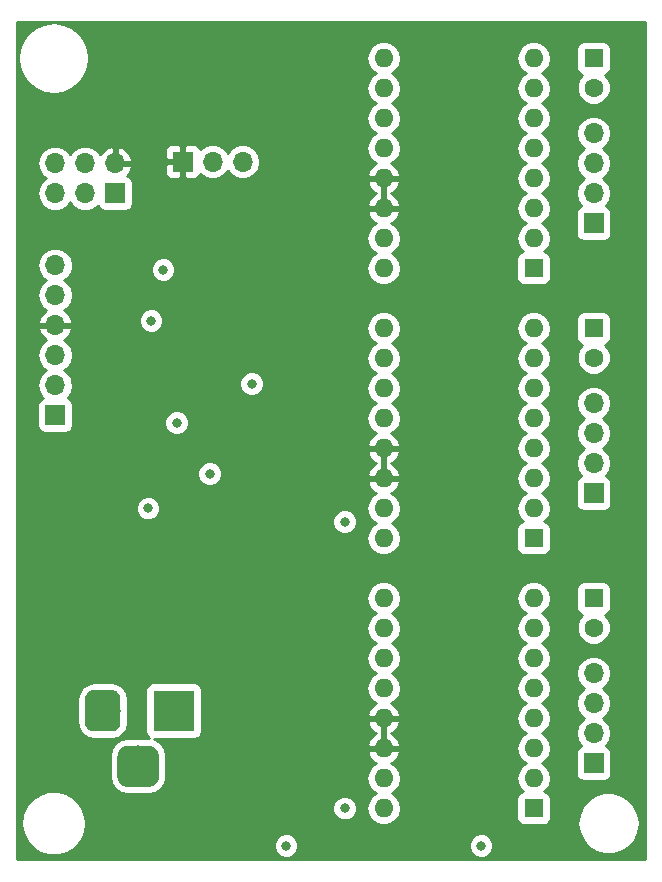
<source format=gbr>
G04 #@! TF.GenerationSoftware,KiCad,Pcbnew,(5.0.2-5-10.14)*
G04 #@! TF.CreationDate,2019-10-07T17:27:23-04:00*
G04 #@! TF.ProjectId,mobo,6d6f626f-2e6b-4696-9361-645f70636258,rev?*
G04 #@! TF.SameCoordinates,Original*
G04 #@! TF.FileFunction,Copper,L2,Inr*
G04 #@! TF.FilePolarity,Positive*
%FSLAX46Y46*%
G04 Gerber Fmt 4.6, Leading zero omitted, Abs format (unit mm)*
G04 Created by KiCad (PCBNEW (5.0.2-5-10.14)) date Monday, October 07, 2019 at 05:27:23 PM*
%MOMM*%
%LPD*%
G01*
G04 APERTURE LIST*
G04 #@! TA.AperFunction,ViaPad*
%ADD10R,1.600000X1.600000*%
G04 #@! TD*
G04 #@! TA.AperFunction,ViaPad*
%ADD11O,1.600000X1.600000*%
G04 #@! TD*
G04 #@! TA.AperFunction,ViaPad*
%ADD12C,1.600000*%
G04 #@! TD*
G04 #@! TA.AperFunction,ViaPad*
%ADD13R,1.700000X1.700000*%
G04 #@! TD*
G04 #@! TA.AperFunction,ViaPad*
%ADD14O,1.700000X1.700000*%
G04 #@! TD*
G04 #@! TA.AperFunction,ViaPad*
%ADD15R,3.500000X3.500000*%
G04 #@! TD*
G04 #@! TA.AperFunction,Conductor*
%ADD16C,0.100000*%
G04 #@! TD*
G04 #@! TA.AperFunction,ViaPad*
%ADD17C,3.000000*%
G04 #@! TD*
G04 #@! TA.AperFunction,ViaPad*
%ADD18C,3.500000*%
G04 #@! TD*
G04 #@! TA.AperFunction,ViaPad*
%ADD19C,0.800000*%
G04 #@! TD*
G04 #@! TA.AperFunction,Conductor*
%ADD20C,0.254000*%
G04 #@! TD*
G04 APERTURE END LIST*
D10*
G04 #@! TO.N,GND*
G04 #@! TO.C,A1*
X210820000Y-91440000D03*
D11*
G04 #@! TO.N,STP_EN*
X198120000Y-73660000D03*
G04 #@! TO.N,Net-(A1-Pad2)*
X210820000Y-88900000D03*
G04 #@! TO.N,Net-(A1-Pad10)*
X198120000Y-76200000D03*
G04 #@! TO.N,Net-(A1-Pad3)*
X210820000Y-86360000D03*
G04 #@! TO.N,Net-(A1-Pad11)*
X198120000Y-78740000D03*
G04 #@! TO.N,Net-(A1-Pad4)*
X210820000Y-83820000D03*
G04 #@! TO.N,Net-(A1-Pad12)*
X198120000Y-81280000D03*
G04 #@! TO.N,Net-(A1-Pad5)*
X210820000Y-81280000D03*
G04 #@! TO.N,+5V*
X198120000Y-83820000D03*
G04 #@! TO.N,Net-(A1-Pad6)*
X210820000Y-78740000D03*
G04 #@! TO.N,+5V*
X198120000Y-86360000D03*
G04 #@! TO.N,GND*
X210820000Y-76200000D03*
G04 #@! TO.N,V_STEP*
X198120000Y-88900000D03*
G04 #@! TO.N,+12V*
X210820000Y-73660000D03*
G04 #@! TO.N,V_DIR*
X198120000Y-91440000D03*
G04 #@! TD*
G04 #@! TO.N,U_DIR*
G04 #@! TO.C,A2*
X198120000Y-68580000D03*
G04 #@! TO.N,+12V*
X210820000Y-50800000D03*
G04 #@! TO.N,U_STEP*
X198120000Y-66040000D03*
G04 #@! TO.N,GND*
X210820000Y-53340000D03*
G04 #@! TO.N,+5V*
X198120000Y-63500000D03*
G04 #@! TO.N,Net-(A2-Pad6)*
X210820000Y-55880000D03*
G04 #@! TO.N,+5V*
X198120000Y-60960000D03*
G04 #@! TO.N,Net-(A2-Pad5)*
X210820000Y-58420000D03*
G04 #@! TO.N,Net-(A2-Pad12)*
X198120000Y-58420000D03*
G04 #@! TO.N,Net-(A2-Pad4)*
X210820000Y-60960000D03*
G04 #@! TO.N,Net-(A2-Pad11)*
X198120000Y-55880000D03*
G04 #@! TO.N,Net-(A2-Pad3)*
X210820000Y-63500000D03*
G04 #@! TO.N,Net-(A2-Pad10)*
X198120000Y-53340000D03*
G04 #@! TO.N,Net-(A2-Pad2)*
X210820000Y-66040000D03*
G04 #@! TO.N,STP_EN*
X198120000Y-50800000D03*
D10*
G04 #@! TO.N,GND*
X210820000Y-68580000D03*
G04 #@! TD*
G04 #@! TO.N,GND*
G04 #@! TO.C,A3*
X210820000Y-45720000D03*
D11*
G04 #@! TO.N,STP_EN*
X198120000Y-27940000D03*
G04 #@! TO.N,Net-(A3-Pad2)*
X210820000Y-43180000D03*
G04 #@! TO.N,Net-(A3-Pad10)*
X198120000Y-30480000D03*
G04 #@! TO.N,Net-(A3-Pad3)*
X210820000Y-40640000D03*
G04 #@! TO.N,Net-(A3-Pad11)*
X198120000Y-33020000D03*
G04 #@! TO.N,Net-(A3-Pad4)*
X210820000Y-38100000D03*
G04 #@! TO.N,Net-(A3-Pad12)*
X198120000Y-35560000D03*
G04 #@! TO.N,Net-(A3-Pad5)*
X210820000Y-35560000D03*
G04 #@! TO.N,+5V*
X198120000Y-38100000D03*
G04 #@! TO.N,Net-(A3-Pad6)*
X210820000Y-33020000D03*
G04 #@! TO.N,+5V*
X198120000Y-40640000D03*
G04 #@! TO.N,GND*
X210820000Y-30480000D03*
G04 #@! TO.N,X_STEP*
X198120000Y-43180000D03*
G04 #@! TO.N,+12V*
X210820000Y-27940000D03*
G04 #@! TO.N,X_DIR*
X198120000Y-45720000D03*
G04 #@! TD*
D10*
G04 #@! TO.N,+12V*
G04 #@! TO.C,C2*
X215900000Y-27940000D03*
D12*
G04 #@! TO.N,GND*
X215900000Y-30440000D03*
G04 #@! TD*
G04 #@! TO.N,GND*
G04 #@! TO.C,C3*
X215900000Y-76160000D03*
D10*
G04 #@! TO.N,+12V*
X215900000Y-73660000D03*
G04 #@! TD*
G04 #@! TO.N,+12V*
G04 #@! TO.C,C4*
X215900000Y-50800000D03*
D12*
G04 #@! TO.N,GND*
X215900000Y-53300000D03*
G04 #@! TD*
D13*
G04 #@! TO.N,RTS*
G04 #@! TO.C,J1*
X170307000Y-58166000D03*
D14*
G04 #@! TO.N,TX*
X170307000Y-55626000D03*
G04 #@! TO.N,RX*
X170307000Y-53086000D03*
G04 #@! TO.N,+5V*
X170307000Y-50546000D03*
G04 #@! TO.N,CTS*
X170307000Y-48006000D03*
G04 #@! TO.N,GND*
X170307000Y-45466000D03*
G04 #@! TD*
D15*
G04 #@! TO.N,+12V*
G04 #@! TO.C,J2*
X180340000Y-83185000D03*
D16*
G04 #@! TO.N,GND*
G36*
X175163513Y-81438611D02*
X175236318Y-81449411D01*
X175307714Y-81467295D01*
X175377013Y-81492090D01*
X175443548Y-81523559D01*
X175506678Y-81561398D01*
X175565795Y-81605242D01*
X175620330Y-81654670D01*
X175669758Y-81709205D01*
X175713602Y-81768322D01*
X175751441Y-81831452D01*
X175782910Y-81897987D01*
X175807705Y-81967286D01*
X175825589Y-82038682D01*
X175836389Y-82111487D01*
X175840000Y-82185000D01*
X175840000Y-84185000D01*
X175836389Y-84258513D01*
X175825589Y-84331318D01*
X175807705Y-84402714D01*
X175782910Y-84472013D01*
X175751441Y-84538548D01*
X175713602Y-84601678D01*
X175669758Y-84660795D01*
X175620330Y-84715330D01*
X175565795Y-84764758D01*
X175506678Y-84808602D01*
X175443548Y-84846441D01*
X175377013Y-84877910D01*
X175307714Y-84902705D01*
X175236318Y-84920589D01*
X175163513Y-84931389D01*
X175090000Y-84935000D01*
X173590000Y-84935000D01*
X173516487Y-84931389D01*
X173443682Y-84920589D01*
X173372286Y-84902705D01*
X173302987Y-84877910D01*
X173236452Y-84846441D01*
X173173322Y-84808602D01*
X173114205Y-84764758D01*
X173059670Y-84715330D01*
X173010242Y-84660795D01*
X172966398Y-84601678D01*
X172928559Y-84538548D01*
X172897090Y-84472013D01*
X172872295Y-84402714D01*
X172854411Y-84331318D01*
X172843611Y-84258513D01*
X172840000Y-84185000D01*
X172840000Y-82185000D01*
X172843611Y-82111487D01*
X172854411Y-82038682D01*
X172872295Y-81967286D01*
X172897090Y-81897987D01*
X172928559Y-81831452D01*
X172966398Y-81768322D01*
X173010242Y-81709205D01*
X173059670Y-81654670D01*
X173114205Y-81605242D01*
X173173322Y-81561398D01*
X173236452Y-81523559D01*
X173302987Y-81492090D01*
X173372286Y-81467295D01*
X173443682Y-81449411D01*
X173516487Y-81438611D01*
X173590000Y-81435000D01*
X175090000Y-81435000D01*
X175163513Y-81438611D01*
X175163513Y-81438611D01*
G37*
D17*
X174340000Y-83185000D03*
D16*
G04 #@! TO.N,N/C*
G36*
X178300765Y-86139213D02*
X178385704Y-86151813D01*
X178468999Y-86172677D01*
X178549848Y-86201605D01*
X178627472Y-86238319D01*
X178701124Y-86282464D01*
X178770094Y-86333616D01*
X178833718Y-86391282D01*
X178891384Y-86454906D01*
X178942536Y-86523876D01*
X178986681Y-86597528D01*
X179023395Y-86675152D01*
X179052323Y-86756001D01*
X179073187Y-86839296D01*
X179085787Y-86924235D01*
X179090000Y-87010000D01*
X179090000Y-88760000D01*
X179085787Y-88845765D01*
X179073187Y-88930704D01*
X179052323Y-89013999D01*
X179023395Y-89094848D01*
X178986681Y-89172472D01*
X178942536Y-89246124D01*
X178891384Y-89315094D01*
X178833718Y-89378718D01*
X178770094Y-89436384D01*
X178701124Y-89487536D01*
X178627472Y-89531681D01*
X178549848Y-89568395D01*
X178468999Y-89597323D01*
X178385704Y-89618187D01*
X178300765Y-89630787D01*
X178215000Y-89635000D01*
X176465000Y-89635000D01*
X176379235Y-89630787D01*
X176294296Y-89618187D01*
X176211001Y-89597323D01*
X176130152Y-89568395D01*
X176052528Y-89531681D01*
X175978876Y-89487536D01*
X175909906Y-89436384D01*
X175846282Y-89378718D01*
X175788616Y-89315094D01*
X175737464Y-89246124D01*
X175693319Y-89172472D01*
X175656605Y-89094848D01*
X175627677Y-89013999D01*
X175606813Y-88930704D01*
X175594213Y-88845765D01*
X175590000Y-88760000D01*
X175590000Y-87010000D01*
X175594213Y-86924235D01*
X175606813Y-86839296D01*
X175627677Y-86756001D01*
X175656605Y-86675152D01*
X175693319Y-86597528D01*
X175737464Y-86523876D01*
X175788616Y-86454906D01*
X175846282Y-86391282D01*
X175909906Y-86333616D01*
X175978876Y-86282464D01*
X176052528Y-86238319D01*
X176130152Y-86201605D01*
X176211001Y-86172677D01*
X176294296Y-86151813D01*
X176379235Y-86139213D01*
X176465000Y-86135000D01*
X178215000Y-86135000D01*
X178300765Y-86139213D01*
X178300765Y-86139213D01*
G37*
D18*
X177340000Y-87885000D03*
G04 #@! TD*
D13*
G04 #@! TO.N,MISO*
G04 #@! TO.C,J3*
X175387000Y-39370000D03*
D14*
G04 #@! TO.N,+5V*
X175387000Y-36830000D03*
G04 #@! TO.N,SCK*
X172847000Y-39370000D03*
G04 #@! TO.N,MOSI*
X172847000Y-36830000D03*
G04 #@! TO.N,RESET*
X170307000Y-39370000D03*
G04 #@! TO.N,GND*
X170307000Y-36830000D03*
G04 #@! TD*
D13*
G04 #@! TO.N,+5V*
G04 #@! TO.C,J4*
X181102000Y-36703000D03*
D14*
G04 #@! TO.N,MOSI*
X183642000Y-36703000D03*
G04 #@! TO.N,GND*
X186182000Y-36703000D03*
G04 #@! TD*
D13*
G04 #@! TO.N,Net-(A1-Pad3)*
G04 #@! TO.C,J5*
X215900000Y-87630000D03*
D14*
G04 #@! TO.N,Net-(A1-Pad4)*
X215900000Y-85090000D03*
G04 #@! TO.N,Net-(A1-Pad5)*
X215900000Y-82550000D03*
G04 #@! TO.N,Net-(A1-Pad6)*
X215900000Y-80010000D03*
G04 #@! TD*
G04 #@! TO.N,Net-(A2-Pad6)*
G04 #@! TO.C,J6*
X215900000Y-57150000D03*
G04 #@! TO.N,Net-(A2-Pad5)*
X215900000Y-59690000D03*
G04 #@! TO.N,Net-(A2-Pad4)*
X215900000Y-62230000D03*
D13*
G04 #@! TO.N,Net-(A2-Pad3)*
X215900000Y-64770000D03*
G04 #@! TD*
G04 #@! TO.N,Net-(A3-Pad3)*
G04 #@! TO.C,J7*
X215900000Y-41910000D03*
D14*
G04 #@! TO.N,Net-(A3-Pad4)*
X215900000Y-39370000D03*
G04 #@! TO.N,Net-(A3-Pad5)*
X215900000Y-36830000D03*
G04 #@! TO.N,Net-(A3-Pad6)*
X215900000Y-34290000D03*
G04 #@! TD*
D19*
G04 #@! TO.N,GND*
X180594000Y-58801000D03*
X183388000Y-63119000D03*
X179451000Y-45847000D03*
G04 #@! TO.N,+5V*
X182245000Y-55245000D03*
X182880000Y-50165000D03*
X186055000Y-84074000D03*
X185039000Y-84074000D03*
X187071000Y-84074000D03*
X186055000Y-93726000D03*
G04 #@! TO.N,+12V*
X189865000Y-94615000D03*
X206375000Y-94615000D03*
G04 #@! TO.N,V_DIR*
X194818000Y-67183000D03*
X194818000Y-91440000D03*
G04 #@! TO.N,U_STEP*
X178181000Y-66040000D03*
G04 #@! TO.N,X_STEP*
X178435000Y-50165000D03*
G04 #@! TO.N,X_DIR*
X186944000Y-55499000D03*
G04 #@! TD*
D20*
G04 #@! TO.N,+5V*
G36*
X220245001Y-95785000D02*
X167105000Y-95785000D01*
X167105000Y-92743451D01*
X167442158Y-92743451D01*
X167561594Y-93510527D01*
X167891521Y-94213250D01*
X168405418Y-94795127D01*
X169061972Y-95209382D01*
X169808405Y-95422713D01*
X170584709Y-95417971D01*
X171328479Y-95195536D01*
X171979924Y-94773291D01*
X172293708Y-94409126D01*
X188830000Y-94409126D01*
X188830000Y-94820874D01*
X188987569Y-95201280D01*
X189278720Y-95492431D01*
X189659126Y-95650000D01*
X190070874Y-95650000D01*
X190451280Y-95492431D01*
X190742431Y-95201280D01*
X190900000Y-94820874D01*
X190900000Y-94409126D01*
X205340000Y-94409126D01*
X205340000Y-94820874D01*
X205497569Y-95201280D01*
X205788720Y-95492431D01*
X206169126Y-95650000D01*
X206580874Y-95650000D01*
X206961280Y-95492431D01*
X207252431Y-95201280D01*
X207410000Y-94820874D01*
X207410000Y-94409126D01*
X207252431Y-94028720D01*
X206961280Y-93737569D01*
X206580874Y-93580000D01*
X206169126Y-93580000D01*
X205788720Y-93737569D01*
X205497569Y-94028720D01*
X205340000Y-94409126D01*
X190900000Y-94409126D01*
X190742431Y-94028720D01*
X190451280Y-93737569D01*
X190070874Y-93580000D01*
X189659126Y-93580000D01*
X189278720Y-93737569D01*
X188987569Y-94028720D01*
X188830000Y-94409126D01*
X172293708Y-94409126D01*
X172486673Y-94185179D01*
X172807991Y-93478478D01*
X172918046Y-92710000D01*
X172917229Y-92643104D01*
X172788431Y-91877543D01*
X172476698Y-91234126D01*
X193783000Y-91234126D01*
X193783000Y-91645874D01*
X193940569Y-92026280D01*
X194231720Y-92317431D01*
X194612126Y-92475000D01*
X195023874Y-92475000D01*
X195404280Y-92317431D01*
X195695431Y-92026280D01*
X195853000Y-91645874D01*
X195853000Y-91234126D01*
X195695431Y-90853720D01*
X195404280Y-90562569D01*
X195023874Y-90405000D01*
X194612126Y-90405000D01*
X194231720Y-90562569D01*
X193940569Y-90853720D01*
X193783000Y-91234126D01*
X172476698Y-91234126D01*
X172449943Y-91178904D01*
X171928976Y-90603349D01*
X171267409Y-90197146D01*
X170518427Y-89992950D01*
X169742238Y-90007175D01*
X169001241Y-90238680D01*
X168355003Y-90668852D01*
X167855476Y-91263112D01*
X167542817Y-91973685D01*
X167442158Y-92743451D01*
X167105000Y-92743451D01*
X167105000Y-87010000D01*
X174942560Y-87010000D01*
X174942560Y-88760000D01*
X175058449Y-89342613D01*
X175388472Y-89836528D01*
X175882387Y-90166551D01*
X176465000Y-90282440D01*
X178215000Y-90282440D01*
X178797613Y-90166551D01*
X179291528Y-89836528D01*
X179621551Y-89342613D01*
X179709592Y-88900000D01*
X196656887Y-88900000D01*
X196768260Y-89459909D01*
X197085423Y-89934577D01*
X197437758Y-90170000D01*
X197085423Y-90405423D01*
X196768260Y-90880091D01*
X196656887Y-91440000D01*
X196768260Y-91999909D01*
X197085423Y-92474577D01*
X197560091Y-92791740D01*
X197978667Y-92875000D01*
X198261333Y-92875000D01*
X198679909Y-92791740D01*
X199154577Y-92474577D01*
X199471740Y-91999909D01*
X199583113Y-91440000D01*
X199471740Y-90880091D01*
X199154577Y-90405423D01*
X198802242Y-90170000D01*
X199154577Y-89934577D01*
X199471740Y-89459909D01*
X199583113Y-88900000D01*
X199471740Y-88340091D01*
X199154577Y-87865423D01*
X198770892Y-87609053D01*
X198975134Y-87512389D01*
X199351041Y-87097423D01*
X199511904Y-86709039D01*
X199389915Y-86487000D01*
X198247000Y-86487000D01*
X198247000Y-86507000D01*
X197993000Y-86507000D01*
X197993000Y-86487000D01*
X196850085Y-86487000D01*
X196728096Y-86709039D01*
X196888959Y-87097423D01*
X197264866Y-87512389D01*
X197469108Y-87609053D01*
X197085423Y-87865423D01*
X196768260Y-88340091D01*
X196656887Y-88900000D01*
X179709592Y-88900000D01*
X179737440Y-88760000D01*
X179737440Y-87010000D01*
X179621551Y-86427387D01*
X179291528Y-85933472D01*
X178797613Y-85603449D01*
X178691994Y-85582440D01*
X182090000Y-85582440D01*
X182337765Y-85533157D01*
X182547809Y-85392809D01*
X182688157Y-85182765D01*
X182737440Y-84935000D01*
X182737440Y-84169039D01*
X196728096Y-84169039D01*
X196888959Y-84557423D01*
X197264866Y-84972389D01*
X197513367Y-85090000D01*
X197264866Y-85207611D01*
X196888959Y-85622577D01*
X196728096Y-86010961D01*
X196850085Y-86233000D01*
X197993000Y-86233000D01*
X197993000Y-83947000D01*
X198247000Y-83947000D01*
X198247000Y-86233000D01*
X199389915Y-86233000D01*
X199511904Y-86010961D01*
X199351041Y-85622577D01*
X198975134Y-85207611D01*
X198726633Y-85090000D01*
X198975134Y-84972389D01*
X199351041Y-84557423D01*
X199511904Y-84169039D01*
X199389915Y-83947000D01*
X198247000Y-83947000D01*
X197993000Y-83947000D01*
X196850085Y-83947000D01*
X196728096Y-84169039D01*
X182737440Y-84169039D01*
X182737440Y-81435000D01*
X182688157Y-81187235D01*
X182547809Y-80977191D01*
X182337765Y-80836843D01*
X182090000Y-80787560D01*
X178590000Y-80787560D01*
X178342235Y-80836843D01*
X178132191Y-80977191D01*
X177991843Y-81187235D01*
X177942560Y-81435000D01*
X177942560Y-84935000D01*
X177991843Y-85182765D01*
X178132191Y-85392809D01*
X178299001Y-85504269D01*
X178215000Y-85487560D01*
X176465000Y-85487560D01*
X175882387Y-85603449D01*
X175388472Y-85933472D01*
X175058449Y-86427387D01*
X174942560Y-87010000D01*
X167105000Y-87010000D01*
X167105000Y-82185000D01*
X172192560Y-82185000D01*
X172192560Y-84185000D01*
X172298934Y-84719777D01*
X172601861Y-85173139D01*
X173055223Y-85476066D01*
X173590000Y-85582440D01*
X175090000Y-85582440D01*
X175624777Y-85476066D01*
X176078139Y-85173139D01*
X176381066Y-84719777D01*
X176487440Y-84185000D01*
X176487440Y-82185000D01*
X176381066Y-81650223D01*
X176078139Y-81196861D01*
X175624777Y-80893934D01*
X175090000Y-80787560D01*
X173590000Y-80787560D01*
X173055223Y-80893934D01*
X172601861Y-81196861D01*
X172298934Y-81650223D01*
X172192560Y-82185000D01*
X167105000Y-82185000D01*
X167105000Y-73660000D01*
X196656887Y-73660000D01*
X196768260Y-74219909D01*
X197085423Y-74694577D01*
X197437758Y-74930000D01*
X197085423Y-75165423D01*
X196768260Y-75640091D01*
X196656887Y-76200000D01*
X196768260Y-76759909D01*
X197085423Y-77234577D01*
X197437758Y-77470000D01*
X197085423Y-77705423D01*
X196768260Y-78180091D01*
X196656887Y-78740000D01*
X196768260Y-79299909D01*
X197085423Y-79774577D01*
X197437758Y-80010000D01*
X197085423Y-80245423D01*
X196768260Y-80720091D01*
X196656887Y-81280000D01*
X196768260Y-81839909D01*
X197085423Y-82314577D01*
X197469108Y-82570947D01*
X197264866Y-82667611D01*
X196888959Y-83082577D01*
X196728096Y-83470961D01*
X196850085Y-83693000D01*
X197993000Y-83693000D01*
X197993000Y-83673000D01*
X198247000Y-83673000D01*
X198247000Y-83693000D01*
X199389915Y-83693000D01*
X199511904Y-83470961D01*
X199351041Y-83082577D01*
X198975134Y-82667611D01*
X198770892Y-82570947D01*
X199154577Y-82314577D01*
X199471740Y-81839909D01*
X199583113Y-81280000D01*
X199471740Y-80720091D01*
X199154577Y-80245423D01*
X198802242Y-80010000D01*
X199154577Y-79774577D01*
X199471740Y-79299909D01*
X199583113Y-78740000D01*
X199471740Y-78180091D01*
X199154577Y-77705423D01*
X198802242Y-77470000D01*
X199154577Y-77234577D01*
X199471740Y-76759909D01*
X199583113Y-76200000D01*
X199471740Y-75640091D01*
X199154577Y-75165423D01*
X198802242Y-74930000D01*
X199154577Y-74694577D01*
X199471740Y-74219909D01*
X199583113Y-73660000D01*
X209356887Y-73660000D01*
X209468260Y-74219909D01*
X209785423Y-74694577D01*
X210137758Y-74930000D01*
X209785423Y-75165423D01*
X209468260Y-75640091D01*
X209356887Y-76200000D01*
X209468260Y-76759909D01*
X209785423Y-77234577D01*
X210137758Y-77470000D01*
X209785423Y-77705423D01*
X209468260Y-78180091D01*
X209356887Y-78740000D01*
X209468260Y-79299909D01*
X209785423Y-79774577D01*
X210137758Y-80010000D01*
X209785423Y-80245423D01*
X209468260Y-80720091D01*
X209356887Y-81280000D01*
X209468260Y-81839909D01*
X209785423Y-82314577D01*
X210137758Y-82550000D01*
X209785423Y-82785423D01*
X209468260Y-83260091D01*
X209356887Y-83820000D01*
X209468260Y-84379909D01*
X209785423Y-84854577D01*
X210137758Y-85090000D01*
X209785423Y-85325423D01*
X209468260Y-85800091D01*
X209356887Y-86360000D01*
X209468260Y-86919909D01*
X209785423Y-87394577D01*
X210137758Y-87630000D01*
X209785423Y-87865423D01*
X209468260Y-88340091D01*
X209356887Y-88900000D01*
X209468260Y-89459909D01*
X209785423Y-89934577D01*
X209906106Y-90015215D01*
X209772235Y-90041843D01*
X209562191Y-90182191D01*
X209421843Y-90392235D01*
X209372560Y-90640000D01*
X209372560Y-92240000D01*
X209421843Y-92487765D01*
X209562191Y-92697809D01*
X209772235Y-92838157D01*
X210020000Y-92887440D01*
X211620000Y-92887440D01*
X211867765Y-92838157D01*
X212011385Y-92742192D01*
X214535197Y-92742192D01*
X214650137Y-93480399D01*
X214967648Y-94156675D01*
X215462204Y-94716653D01*
X216094049Y-95115318D01*
X216812389Y-95320621D01*
X217559478Y-95316057D01*
X218275256Y-95101994D01*
X218902184Y-94695640D01*
X219389862Y-94129661D01*
X219699087Y-93449557D01*
X219805000Y-92710000D01*
X219804213Y-92645621D01*
X219680263Y-91908873D01*
X219354514Y-91236527D01*
X218853153Y-90682632D01*
X218216485Y-90291717D01*
X217495690Y-90095205D01*
X216748713Y-90108896D01*
X216035603Y-90331688D01*
X215413687Y-90745671D01*
X214932960Y-91317565D01*
X214632067Y-92001396D01*
X214535197Y-92742192D01*
X212011385Y-92742192D01*
X212077809Y-92697809D01*
X212218157Y-92487765D01*
X212267440Y-92240000D01*
X212267440Y-90640000D01*
X212218157Y-90392235D01*
X212077809Y-90182191D01*
X211867765Y-90041843D01*
X211733894Y-90015215D01*
X211854577Y-89934577D01*
X212171740Y-89459909D01*
X212283113Y-88900000D01*
X212171740Y-88340091D01*
X211854577Y-87865423D01*
X211502242Y-87630000D01*
X211854577Y-87394577D01*
X212171740Y-86919909D01*
X212283113Y-86360000D01*
X212171740Y-85800091D01*
X211854577Y-85325423D01*
X211502242Y-85090000D01*
X211854577Y-84854577D01*
X212171740Y-84379909D01*
X212283113Y-83820000D01*
X212171740Y-83260091D01*
X211854577Y-82785423D01*
X211502242Y-82550000D01*
X211854577Y-82314577D01*
X212171740Y-81839909D01*
X212283113Y-81280000D01*
X212171740Y-80720091D01*
X211854577Y-80245423D01*
X211502242Y-80010000D01*
X214385908Y-80010000D01*
X214501161Y-80589418D01*
X214829375Y-81080625D01*
X215127761Y-81280000D01*
X214829375Y-81479375D01*
X214501161Y-81970582D01*
X214385908Y-82550000D01*
X214501161Y-83129418D01*
X214829375Y-83620625D01*
X215127761Y-83820000D01*
X214829375Y-84019375D01*
X214501161Y-84510582D01*
X214385908Y-85090000D01*
X214501161Y-85669418D01*
X214829375Y-86160625D01*
X214847619Y-86172816D01*
X214802235Y-86181843D01*
X214592191Y-86322191D01*
X214451843Y-86532235D01*
X214402560Y-86780000D01*
X214402560Y-88480000D01*
X214451843Y-88727765D01*
X214592191Y-88937809D01*
X214802235Y-89078157D01*
X215050000Y-89127440D01*
X216750000Y-89127440D01*
X216997765Y-89078157D01*
X217207809Y-88937809D01*
X217348157Y-88727765D01*
X217397440Y-88480000D01*
X217397440Y-86780000D01*
X217348157Y-86532235D01*
X217207809Y-86322191D01*
X216997765Y-86181843D01*
X216952381Y-86172816D01*
X216970625Y-86160625D01*
X217298839Y-85669418D01*
X217414092Y-85090000D01*
X217298839Y-84510582D01*
X216970625Y-84019375D01*
X216672239Y-83820000D01*
X216970625Y-83620625D01*
X217298839Y-83129418D01*
X217414092Y-82550000D01*
X217298839Y-81970582D01*
X216970625Y-81479375D01*
X216672239Y-81280000D01*
X216970625Y-81080625D01*
X217298839Y-80589418D01*
X217414092Y-80010000D01*
X217298839Y-79430582D01*
X216970625Y-78939375D01*
X216479418Y-78611161D01*
X216046256Y-78525000D01*
X215753744Y-78525000D01*
X215320582Y-78611161D01*
X214829375Y-78939375D01*
X214501161Y-79430582D01*
X214385908Y-80010000D01*
X211502242Y-80010000D01*
X211854577Y-79774577D01*
X212171740Y-79299909D01*
X212283113Y-78740000D01*
X212171740Y-78180091D01*
X211854577Y-77705423D01*
X211502242Y-77470000D01*
X211854577Y-77234577D01*
X212171740Y-76759909D01*
X212283113Y-76200000D01*
X212171740Y-75640091D01*
X211854577Y-75165423D01*
X211502242Y-74930000D01*
X211854577Y-74694577D01*
X212171740Y-74219909D01*
X212283113Y-73660000D01*
X212171740Y-73100091D01*
X212011317Y-72860000D01*
X214452560Y-72860000D01*
X214452560Y-74460000D01*
X214501843Y-74707765D01*
X214642191Y-74917809D01*
X214852235Y-75058157D01*
X214952503Y-75078101D01*
X214683466Y-75347138D01*
X214465000Y-75874561D01*
X214465000Y-76445439D01*
X214683466Y-76972862D01*
X215087138Y-77376534D01*
X215614561Y-77595000D01*
X216185439Y-77595000D01*
X216712862Y-77376534D01*
X217116534Y-76972862D01*
X217335000Y-76445439D01*
X217335000Y-75874561D01*
X217116534Y-75347138D01*
X216847497Y-75078101D01*
X216947765Y-75058157D01*
X217157809Y-74917809D01*
X217298157Y-74707765D01*
X217347440Y-74460000D01*
X217347440Y-72860000D01*
X217298157Y-72612235D01*
X217157809Y-72402191D01*
X216947765Y-72261843D01*
X216700000Y-72212560D01*
X215100000Y-72212560D01*
X214852235Y-72261843D01*
X214642191Y-72402191D01*
X214501843Y-72612235D01*
X214452560Y-72860000D01*
X212011317Y-72860000D01*
X211854577Y-72625423D01*
X211379909Y-72308260D01*
X210961333Y-72225000D01*
X210678667Y-72225000D01*
X210260091Y-72308260D01*
X209785423Y-72625423D01*
X209468260Y-73100091D01*
X209356887Y-73660000D01*
X199583113Y-73660000D01*
X199471740Y-73100091D01*
X199154577Y-72625423D01*
X198679909Y-72308260D01*
X198261333Y-72225000D01*
X197978667Y-72225000D01*
X197560091Y-72308260D01*
X197085423Y-72625423D01*
X196768260Y-73100091D01*
X196656887Y-73660000D01*
X167105000Y-73660000D01*
X167105000Y-65834126D01*
X177146000Y-65834126D01*
X177146000Y-66245874D01*
X177303569Y-66626280D01*
X177594720Y-66917431D01*
X177975126Y-67075000D01*
X178386874Y-67075000D01*
X178623163Y-66977126D01*
X193783000Y-66977126D01*
X193783000Y-67388874D01*
X193940569Y-67769280D01*
X194231720Y-68060431D01*
X194612126Y-68218000D01*
X195023874Y-68218000D01*
X195404280Y-68060431D01*
X195695431Y-67769280D01*
X195853000Y-67388874D01*
X195853000Y-66977126D01*
X195695431Y-66596720D01*
X195404280Y-66305569D01*
X195023874Y-66148000D01*
X194612126Y-66148000D01*
X194231720Y-66305569D01*
X193940569Y-66596720D01*
X193783000Y-66977126D01*
X178623163Y-66977126D01*
X178767280Y-66917431D01*
X179058431Y-66626280D01*
X179216000Y-66245874D01*
X179216000Y-66040000D01*
X196656887Y-66040000D01*
X196768260Y-66599909D01*
X197085423Y-67074577D01*
X197437758Y-67310000D01*
X197085423Y-67545423D01*
X196768260Y-68020091D01*
X196656887Y-68580000D01*
X196768260Y-69139909D01*
X197085423Y-69614577D01*
X197560091Y-69931740D01*
X197978667Y-70015000D01*
X198261333Y-70015000D01*
X198679909Y-69931740D01*
X199154577Y-69614577D01*
X199471740Y-69139909D01*
X199583113Y-68580000D01*
X199471740Y-68020091D01*
X199154577Y-67545423D01*
X198802242Y-67310000D01*
X199154577Y-67074577D01*
X199471740Y-66599909D01*
X199583113Y-66040000D01*
X199471740Y-65480091D01*
X199154577Y-65005423D01*
X198770892Y-64749053D01*
X198975134Y-64652389D01*
X199351041Y-64237423D01*
X199511904Y-63849039D01*
X199389915Y-63627000D01*
X198247000Y-63627000D01*
X198247000Y-63647000D01*
X197993000Y-63647000D01*
X197993000Y-63627000D01*
X196850085Y-63627000D01*
X196728096Y-63849039D01*
X196888959Y-64237423D01*
X197264866Y-64652389D01*
X197469108Y-64749053D01*
X197085423Y-65005423D01*
X196768260Y-65480091D01*
X196656887Y-66040000D01*
X179216000Y-66040000D01*
X179216000Y-65834126D01*
X179058431Y-65453720D01*
X178767280Y-65162569D01*
X178386874Y-65005000D01*
X177975126Y-65005000D01*
X177594720Y-65162569D01*
X177303569Y-65453720D01*
X177146000Y-65834126D01*
X167105000Y-65834126D01*
X167105000Y-62913126D01*
X182353000Y-62913126D01*
X182353000Y-63324874D01*
X182510569Y-63705280D01*
X182801720Y-63996431D01*
X183182126Y-64154000D01*
X183593874Y-64154000D01*
X183974280Y-63996431D01*
X184265431Y-63705280D01*
X184423000Y-63324874D01*
X184423000Y-62913126D01*
X184265431Y-62532720D01*
X183974280Y-62241569D01*
X183593874Y-62084000D01*
X183182126Y-62084000D01*
X182801720Y-62241569D01*
X182510569Y-62532720D01*
X182353000Y-62913126D01*
X167105000Y-62913126D01*
X167105000Y-61309039D01*
X196728096Y-61309039D01*
X196888959Y-61697423D01*
X197264866Y-62112389D01*
X197513367Y-62230000D01*
X197264866Y-62347611D01*
X196888959Y-62762577D01*
X196728096Y-63150961D01*
X196850085Y-63373000D01*
X197993000Y-63373000D01*
X197993000Y-61087000D01*
X198247000Y-61087000D01*
X198247000Y-63373000D01*
X199389915Y-63373000D01*
X199511904Y-63150961D01*
X199351041Y-62762577D01*
X198975134Y-62347611D01*
X198726633Y-62230000D01*
X198975134Y-62112389D01*
X199351041Y-61697423D01*
X199511904Y-61309039D01*
X199389915Y-61087000D01*
X198247000Y-61087000D01*
X197993000Y-61087000D01*
X196850085Y-61087000D01*
X196728096Y-61309039D01*
X167105000Y-61309039D01*
X167105000Y-53086000D01*
X168792908Y-53086000D01*
X168908161Y-53665418D01*
X169236375Y-54156625D01*
X169534761Y-54356000D01*
X169236375Y-54555375D01*
X168908161Y-55046582D01*
X168792908Y-55626000D01*
X168908161Y-56205418D01*
X169236375Y-56696625D01*
X169254619Y-56708816D01*
X169209235Y-56717843D01*
X168999191Y-56858191D01*
X168858843Y-57068235D01*
X168809560Y-57316000D01*
X168809560Y-59016000D01*
X168858843Y-59263765D01*
X168999191Y-59473809D01*
X169209235Y-59614157D01*
X169457000Y-59663440D01*
X171157000Y-59663440D01*
X171404765Y-59614157D01*
X171614809Y-59473809D01*
X171755157Y-59263765D01*
X171804440Y-59016000D01*
X171804440Y-58595126D01*
X179559000Y-58595126D01*
X179559000Y-59006874D01*
X179716569Y-59387280D01*
X180007720Y-59678431D01*
X180388126Y-59836000D01*
X180799874Y-59836000D01*
X181180280Y-59678431D01*
X181471431Y-59387280D01*
X181629000Y-59006874D01*
X181629000Y-58595126D01*
X181471431Y-58214720D01*
X181180280Y-57923569D01*
X180799874Y-57766000D01*
X180388126Y-57766000D01*
X180007720Y-57923569D01*
X179716569Y-58214720D01*
X179559000Y-58595126D01*
X171804440Y-58595126D01*
X171804440Y-57316000D01*
X171755157Y-57068235D01*
X171614809Y-56858191D01*
X171404765Y-56717843D01*
X171359381Y-56708816D01*
X171377625Y-56696625D01*
X171705839Y-56205418D01*
X171821092Y-55626000D01*
X171754880Y-55293126D01*
X185909000Y-55293126D01*
X185909000Y-55704874D01*
X186066569Y-56085280D01*
X186357720Y-56376431D01*
X186738126Y-56534000D01*
X187149874Y-56534000D01*
X187530280Y-56376431D01*
X187821431Y-56085280D01*
X187979000Y-55704874D01*
X187979000Y-55293126D01*
X187821431Y-54912720D01*
X187530280Y-54621569D01*
X187149874Y-54464000D01*
X186738126Y-54464000D01*
X186357720Y-54621569D01*
X186066569Y-54912720D01*
X185909000Y-55293126D01*
X171754880Y-55293126D01*
X171705839Y-55046582D01*
X171377625Y-54555375D01*
X171079239Y-54356000D01*
X171377625Y-54156625D01*
X171705839Y-53665418D01*
X171821092Y-53086000D01*
X171705839Y-52506582D01*
X171377625Y-52015375D01*
X171058522Y-51802157D01*
X171188358Y-51741183D01*
X171578645Y-51312924D01*
X171748476Y-50902890D01*
X171627155Y-50673000D01*
X170434000Y-50673000D01*
X170434000Y-50693000D01*
X170180000Y-50693000D01*
X170180000Y-50673000D01*
X168986845Y-50673000D01*
X168865524Y-50902890D01*
X169035355Y-51312924D01*
X169425642Y-51741183D01*
X169555478Y-51802157D01*
X169236375Y-52015375D01*
X168908161Y-52506582D01*
X168792908Y-53086000D01*
X167105000Y-53086000D01*
X167105000Y-45466000D01*
X168792908Y-45466000D01*
X168908161Y-46045418D01*
X169236375Y-46536625D01*
X169534761Y-46736000D01*
X169236375Y-46935375D01*
X168908161Y-47426582D01*
X168792908Y-48006000D01*
X168908161Y-48585418D01*
X169236375Y-49076625D01*
X169555478Y-49289843D01*
X169425642Y-49350817D01*
X169035355Y-49779076D01*
X168865524Y-50189110D01*
X168986845Y-50419000D01*
X170180000Y-50419000D01*
X170180000Y-50399000D01*
X170434000Y-50399000D01*
X170434000Y-50419000D01*
X171627155Y-50419000D01*
X171748476Y-50189110D01*
X171653220Y-49959126D01*
X177400000Y-49959126D01*
X177400000Y-50370874D01*
X177557569Y-50751280D01*
X177848720Y-51042431D01*
X178229126Y-51200000D01*
X178640874Y-51200000D01*
X179021280Y-51042431D01*
X179263711Y-50800000D01*
X196656887Y-50800000D01*
X196768260Y-51359909D01*
X197085423Y-51834577D01*
X197437758Y-52070000D01*
X197085423Y-52305423D01*
X196768260Y-52780091D01*
X196656887Y-53340000D01*
X196768260Y-53899909D01*
X197085423Y-54374577D01*
X197437758Y-54610000D01*
X197085423Y-54845423D01*
X196768260Y-55320091D01*
X196656887Y-55880000D01*
X196768260Y-56439909D01*
X197085423Y-56914577D01*
X197437758Y-57150000D01*
X197085423Y-57385423D01*
X196768260Y-57860091D01*
X196656887Y-58420000D01*
X196768260Y-58979909D01*
X197085423Y-59454577D01*
X197469108Y-59710947D01*
X197264866Y-59807611D01*
X196888959Y-60222577D01*
X196728096Y-60610961D01*
X196850085Y-60833000D01*
X197993000Y-60833000D01*
X197993000Y-60813000D01*
X198247000Y-60813000D01*
X198247000Y-60833000D01*
X199389915Y-60833000D01*
X199511904Y-60610961D01*
X199351041Y-60222577D01*
X198975134Y-59807611D01*
X198770892Y-59710947D01*
X199154577Y-59454577D01*
X199471740Y-58979909D01*
X199583113Y-58420000D01*
X199471740Y-57860091D01*
X199154577Y-57385423D01*
X198802242Y-57150000D01*
X199154577Y-56914577D01*
X199471740Y-56439909D01*
X199583113Y-55880000D01*
X199471740Y-55320091D01*
X199154577Y-54845423D01*
X198802242Y-54610000D01*
X199154577Y-54374577D01*
X199471740Y-53899909D01*
X199583113Y-53340000D01*
X199471740Y-52780091D01*
X199154577Y-52305423D01*
X198802242Y-52070000D01*
X199154577Y-51834577D01*
X199471740Y-51359909D01*
X199583113Y-50800000D01*
X209356887Y-50800000D01*
X209468260Y-51359909D01*
X209785423Y-51834577D01*
X210137758Y-52070000D01*
X209785423Y-52305423D01*
X209468260Y-52780091D01*
X209356887Y-53340000D01*
X209468260Y-53899909D01*
X209785423Y-54374577D01*
X210137758Y-54610000D01*
X209785423Y-54845423D01*
X209468260Y-55320091D01*
X209356887Y-55880000D01*
X209468260Y-56439909D01*
X209785423Y-56914577D01*
X210137758Y-57150000D01*
X209785423Y-57385423D01*
X209468260Y-57860091D01*
X209356887Y-58420000D01*
X209468260Y-58979909D01*
X209785423Y-59454577D01*
X210137758Y-59690000D01*
X209785423Y-59925423D01*
X209468260Y-60400091D01*
X209356887Y-60960000D01*
X209468260Y-61519909D01*
X209785423Y-61994577D01*
X210137758Y-62230000D01*
X209785423Y-62465423D01*
X209468260Y-62940091D01*
X209356887Y-63500000D01*
X209468260Y-64059909D01*
X209785423Y-64534577D01*
X210137758Y-64770000D01*
X209785423Y-65005423D01*
X209468260Y-65480091D01*
X209356887Y-66040000D01*
X209468260Y-66599909D01*
X209785423Y-67074577D01*
X209906106Y-67155215D01*
X209772235Y-67181843D01*
X209562191Y-67322191D01*
X209421843Y-67532235D01*
X209372560Y-67780000D01*
X209372560Y-69380000D01*
X209421843Y-69627765D01*
X209562191Y-69837809D01*
X209772235Y-69978157D01*
X210020000Y-70027440D01*
X211620000Y-70027440D01*
X211867765Y-69978157D01*
X212077809Y-69837809D01*
X212218157Y-69627765D01*
X212267440Y-69380000D01*
X212267440Y-67780000D01*
X212218157Y-67532235D01*
X212077809Y-67322191D01*
X211867765Y-67181843D01*
X211733894Y-67155215D01*
X211854577Y-67074577D01*
X212171740Y-66599909D01*
X212283113Y-66040000D01*
X212171740Y-65480091D01*
X211854577Y-65005423D01*
X211502242Y-64770000D01*
X211854577Y-64534577D01*
X212171740Y-64059909D01*
X212283113Y-63500000D01*
X212171740Y-62940091D01*
X211854577Y-62465423D01*
X211502242Y-62230000D01*
X211854577Y-61994577D01*
X212171740Y-61519909D01*
X212283113Y-60960000D01*
X212171740Y-60400091D01*
X211854577Y-59925423D01*
X211502242Y-59690000D01*
X211854577Y-59454577D01*
X212171740Y-58979909D01*
X212283113Y-58420000D01*
X212171740Y-57860091D01*
X211854577Y-57385423D01*
X211502242Y-57150000D01*
X214385908Y-57150000D01*
X214501161Y-57729418D01*
X214829375Y-58220625D01*
X215127761Y-58420000D01*
X214829375Y-58619375D01*
X214501161Y-59110582D01*
X214385908Y-59690000D01*
X214501161Y-60269418D01*
X214829375Y-60760625D01*
X215127761Y-60960000D01*
X214829375Y-61159375D01*
X214501161Y-61650582D01*
X214385908Y-62230000D01*
X214501161Y-62809418D01*
X214829375Y-63300625D01*
X214847619Y-63312816D01*
X214802235Y-63321843D01*
X214592191Y-63462191D01*
X214451843Y-63672235D01*
X214402560Y-63920000D01*
X214402560Y-65620000D01*
X214451843Y-65867765D01*
X214592191Y-66077809D01*
X214802235Y-66218157D01*
X215050000Y-66267440D01*
X216750000Y-66267440D01*
X216997765Y-66218157D01*
X217207809Y-66077809D01*
X217348157Y-65867765D01*
X217397440Y-65620000D01*
X217397440Y-63920000D01*
X217348157Y-63672235D01*
X217207809Y-63462191D01*
X216997765Y-63321843D01*
X216952381Y-63312816D01*
X216970625Y-63300625D01*
X217298839Y-62809418D01*
X217414092Y-62230000D01*
X217298839Y-61650582D01*
X216970625Y-61159375D01*
X216672239Y-60960000D01*
X216970625Y-60760625D01*
X217298839Y-60269418D01*
X217414092Y-59690000D01*
X217298839Y-59110582D01*
X216970625Y-58619375D01*
X216672239Y-58420000D01*
X216970625Y-58220625D01*
X217298839Y-57729418D01*
X217414092Y-57150000D01*
X217298839Y-56570582D01*
X216970625Y-56079375D01*
X216479418Y-55751161D01*
X216046256Y-55665000D01*
X215753744Y-55665000D01*
X215320582Y-55751161D01*
X214829375Y-56079375D01*
X214501161Y-56570582D01*
X214385908Y-57150000D01*
X211502242Y-57150000D01*
X211854577Y-56914577D01*
X212171740Y-56439909D01*
X212283113Y-55880000D01*
X212171740Y-55320091D01*
X211854577Y-54845423D01*
X211502242Y-54610000D01*
X211854577Y-54374577D01*
X212171740Y-53899909D01*
X212283113Y-53340000D01*
X212171740Y-52780091D01*
X211854577Y-52305423D01*
X211502242Y-52070000D01*
X211854577Y-51834577D01*
X212171740Y-51359909D01*
X212283113Y-50800000D01*
X212171740Y-50240091D01*
X212011317Y-50000000D01*
X214452560Y-50000000D01*
X214452560Y-51600000D01*
X214501843Y-51847765D01*
X214642191Y-52057809D01*
X214852235Y-52198157D01*
X214952503Y-52218101D01*
X214683466Y-52487138D01*
X214465000Y-53014561D01*
X214465000Y-53585439D01*
X214683466Y-54112862D01*
X215087138Y-54516534D01*
X215614561Y-54735000D01*
X216185439Y-54735000D01*
X216712862Y-54516534D01*
X217116534Y-54112862D01*
X217335000Y-53585439D01*
X217335000Y-53014561D01*
X217116534Y-52487138D01*
X216847497Y-52218101D01*
X216947765Y-52198157D01*
X217157809Y-52057809D01*
X217298157Y-51847765D01*
X217347440Y-51600000D01*
X217347440Y-50000000D01*
X217298157Y-49752235D01*
X217157809Y-49542191D01*
X216947765Y-49401843D01*
X216700000Y-49352560D01*
X215100000Y-49352560D01*
X214852235Y-49401843D01*
X214642191Y-49542191D01*
X214501843Y-49752235D01*
X214452560Y-50000000D01*
X212011317Y-50000000D01*
X211854577Y-49765423D01*
X211379909Y-49448260D01*
X210961333Y-49365000D01*
X210678667Y-49365000D01*
X210260091Y-49448260D01*
X209785423Y-49765423D01*
X209468260Y-50240091D01*
X209356887Y-50800000D01*
X199583113Y-50800000D01*
X199471740Y-50240091D01*
X199154577Y-49765423D01*
X198679909Y-49448260D01*
X198261333Y-49365000D01*
X197978667Y-49365000D01*
X197560091Y-49448260D01*
X197085423Y-49765423D01*
X196768260Y-50240091D01*
X196656887Y-50800000D01*
X179263711Y-50800000D01*
X179312431Y-50751280D01*
X179470000Y-50370874D01*
X179470000Y-49959126D01*
X179312431Y-49578720D01*
X179021280Y-49287569D01*
X178640874Y-49130000D01*
X178229126Y-49130000D01*
X177848720Y-49287569D01*
X177557569Y-49578720D01*
X177400000Y-49959126D01*
X171653220Y-49959126D01*
X171578645Y-49779076D01*
X171188358Y-49350817D01*
X171058522Y-49289843D01*
X171377625Y-49076625D01*
X171705839Y-48585418D01*
X171821092Y-48006000D01*
X171705839Y-47426582D01*
X171377625Y-46935375D01*
X171079239Y-46736000D01*
X171377625Y-46536625D01*
X171705839Y-46045418D01*
X171786257Y-45641126D01*
X178416000Y-45641126D01*
X178416000Y-46052874D01*
X178573569Y-46433280D01*
X178864720Y-46724431D01*
X179245126Y-46882000D01*
X179656874Y-46882000D01*
X180037280Y-46724431D01*
X180328431Y-46433280D01*
X180486000Y-46052874D01*
X180486000Y-45641126D01*
X180328431Y-45260720D01*
X180037280Y-44969569D01*
X179656874Y-44812000D01*
X179245126Y-44812000D01*
X178864720Y-44969569D01*
X178573569Y-45260720D01*
X178416000Y-45641126D01*
X171786257Y-45641126D01*
X171821092Y-45466000D01*
X171705839Y-44886582D01*
X171377625Y-44395375D01*
X170886418Y-44067161D01*
X170453256Y-43981000D01*
X170160744Y-43981000D01*
X169727582Y-44067161D01*
X169236375Y-44395375D01*
X168908161Y-44886582D01*
X168792908Y-45466000D01*
X167105000Y-45466000D01*
X167105000Y-43180000D01*
X196656887Y-43180000D01*
X196768260Y-43739909D01*
X197085423Y-44214577D01*
X197437758Y-44450000D01*
X197085423Y-44685423D01*
X196768260Y-45160091D01*
X196656887Y-45720000D01*
X196768260Y-46279909D01*
X197085423Y-46754577D01*
X197560091Y-47071740D01*
X197978667Y-47155000D01*
X198261333Y-47155000D01*
X198679909Y-47071740D01*
X199154577Y-46754577D01*
X199471740Y-46279909D01*
X199583113Y-45720000D01*
X199471740Y-45160091D01*
X199154577Y-44685423D01*
X198802242Y-44450000D01*
X199154577Y-44214577D01*
X199471740Y-43739909D01*
X199583113Y-43180000D01*
X199471740Y-42620091D01*
X199154577Y-42145423D01*
X198770892Y-41889053D01*
X198975134Y-41792389D01*
X199351041Y-41377423D01*
X199511904Y-40989039D01*
X199389915Y-40767000D01*
X198247000Y-40767000D01*
X198247000Y-40787000D01*
X197993000Y-40787000D01*
X197993000Y-40767000D01*
X196850085Y-40767000D01*
X196728096Y-40989039D01*
X196888959Y-41377423D01*
X197264866Y-41792389D01*
X197469108Y-41889053D01*
X197085423Y-42145423D01*
X196768260Y-42620091D01*
X196656887Y-43180000D01*
X167105000Y-43180000D01*
X167105000Y-36830000D01*
X168792908Y-36830000D01*
X168908161Y-37409418D01*
X169236375Y-37900625D01*
X169534761Y-38100000D01*
X169236375Y-38299375D01*
X168908161Y-38790582D01*
X168792908Y-39370000D01*
X168908161Y-39949418D01*
X169236375Y-40440625D01*
X169727582Y-40768839D01*
X170160744Y-40855000D01*
X170453256Y-40855000D01*
X170886418Y-40768839D01*
X171377625Y-40440625D01*
X171577000Y-40142239D01*
X171776375Y-40440625D01*
X172267582Y-40768839D01*
X172700744Y-40855000D01*
X172993256Y-40855000D01*
X173426418Y-40768839D01*
X173917625Y-40440625D01*
X173929816Y-40422381D01*
X173938843Y-40467765D01*
X174079191Y-40677809D01*
X174289235Y-40818157D01*
X174537000Y-40867440D01*
X176237000Y-40867440D01*
X176484765Y-40818157D01*
X176694809Y-40677809D01*
X176835157Y-40467765D01*
X176884440Y-40220000D01*
X176884440Y-38520000D01*
X176870326Y-38449039D01*
X196728096Y-38449039D01*
X196888959Y-38837423D01*
X197264866Y-39252389D01*
X197513367Y-39370000D01*
X197264866Y-39487611D01*
X196888959Y-39902577D01*
X196728096Y-40290961D01*
X196850085Y-40513000D01*
X197993000Y-40513000D01*
X197993000Y-38227000D01*
X198247000Y-38227000D01*
X198247000Y-40513000D01*
X199389915Y-40513000D01*
X199511904Y-40290961D01*
X199351041Y-39902577D01*
X198975134Y-39487611D01*
X198726633Y-39370000D01*
X198975134Y-39252389D01*
X199351041Y-38837423D01*
X199511904Y-38449039D01*
X199389915Y-38227000D01*
X198247000Y-38227000D01*
X197993000Y-38227000D01*
X196850085Y-38227000D01*
X196728096Y-38449039D01*
X176870326Y-38449039D01*
X176835157Y-38272235D01*
X176694809Y-38062191D01*
X176484765Y-37921843D01*
X176375145Y-37900039D01*
X176582183Y-37711358D01*
X176828486Y-37186892D01*
X176724485Y-36988750D01*
X179617000Y-36988750D01*
X179617000Y-37679309D01*
X179713673Y-37912698D01*
X179892301Y-38091327D01*
X180125690Y-38188000D01*
X180816250Y-38188000D01*
X180975000Y-38029250D01*
X180975000Y-36830000D01*
X179775750Y-36830000D01*
X179617000Y-36988750D01*
X176724485Y-36988750D01*
X176707819Y-36957000D01*
X175514000Y-36957000D01*
X175514000Y-36977000D01*
X175260000Y-36977000D01*
X175260000Y-36957000D01*
X175240000Y-36957000D01*
X175240000Y-36703000D01*
X175260000Y-36703000D01*
X175260000Y-35509845D01*
X175514000Y-35509845D01*
X175514000Y-36703000D01*
X176707819Y-36703000D01*
X176828486Y-36473108D01*
X176582183Y-35948642D01*
X176338638Y-35726691D01*
X179617000Y-35726691D01*
X179617000Y-36417250D01*
X179775750Y-36576000D01*
X180975000Y-36576000D01*
X180975000Y-35376750D01*
X181229000Y-35376750D01*
X181229000Y-36576000D01*
X181249000Y-36576000D01*
X181249000Y-36830000D01*
X181229000Y-36830000D01*
X181229000Y-38029250D01*
X181387750Y-38188000D01*
X182078310Y-38188000D01*
X182311699Y-38091327D01*
X182490327Y-37912698D01*
X182556904Y-37751967D01*
X182571375Y-37773625D01*
X183062582Y-38101839D01*
X183495744Y-38188000D01*
X183788256Y-38188000D01*
X184221418Y-38101839D01*
X184712625Y-37773625D01*
X184912000Y-37475239D01*
X185111375Y-37773625D01*
X185602582Y-38101839D01*
X186035744Y-38188000D01*
X186328256Y-38188000D01*
X186761418Y-38101839D01*
X187252625Y-37773625D01*
X187580839Y-37282418D01*
X187696092Y-36703000D01*
X187580839Y-36123582D01*
X187252625Y-35632375D01*
X186761418Y-35304161D01*
X186328256Y-35218000D01*
X186035744Y-35218000D01*
X185602582Y-35304161D01*
X185111375Y-35632375D01*
X184912000Y-35930761D01*
X184712625Y-35632375D01*
X184221418Y-35304161D01*
X183788256Y-35218000D01*
X183495744Y-35218000D01*
X183062582Y-35304161D01*
X182571375Y-35632375D01*
X182556904Y-35654033D01*
X182490327Y-35493302D01*
X182311699Y-35314673D01*
X182078310Y-35218000D01*
X181387750Y-35218000D01*
X181229000Y-35376750D01*
X180975000Y-35376750D01*
X180816250Y-35218000D01*
X180125690Y-35218000D01*
X179892301Y-35314673D01*
X179713673Y-35493302D01*
X179617000Y-35726691D01*
X176338638Y-35726691D01*
X176153924Y-35558355D01*
X175743890Y-35388524D01*
X175514000Y-35509845D01*
X175260000Y-35509845D01*
X175030110Y-35388524D01*
X174620076Y-35558355D01*
X174191817Y-35948642D01*
X174130843Y-36078478D01*
X173917625Y-35759375D01*
X173426418Y-35431161D01*
X172993256Y-35345000D01*
X172700744Y-35345000D01*
X172267582Y-35431161D01*
X171776375Y-35759375D01*
X171577000Y-36057761D01*
X171377625Y-35759375D01*
X170886418Y-35431161D01*
X170453256Y-35345000D01*
X170160744Y-35345000D01*
X169727582Y-35431161D01*
X169236375Y-35759375D01*
X168908161Y-36250582D01*
X168792908Y-36830000D01*
X167105000Y-36830000D01*
X167105000Y-27940000D01*
X167160475Y-27940000D01*
X167263363Y-28721511D01*
X167565015Y-29449762D01*
X168044873Y-30075127D01*
X168670237Y-30554985D01*
X169398489Y-30856637D01*
X170180000Y-30959525D01*
X170961511Y-30856637D01*
X171689763Y-30554985D01*
X172315127Y-30075127D01*
X172794985Y-29449762D01*
X173096637Y-28721511D01*
X173199525Y-27940000D01*
X196656887Y-27940000D01*
X196768260Y-28499909D01*
X197085423Y-28974577D01*
X197437758Y-29210000D01*
X197085423Y-29445423D01*
X196768260Y-29920091D01*
X196656887Y-30480000D01*
X196768260Y-31039909D01*
X197085423Y-31514577D01*
X197437758Y-31750000D01*
X197085423Y-31985423D01*
X196768260Y-32460091D01*
X196656887Y-33020000D01*
X196768260Y-33579909D01*
X197085423Y-34054577D01*
X197437758Y-34290000D01*
X197085423Y-34525423D01*
X196768260Y-35000091D01*
X196656887Y-35560000D01*
X196768260Y-36119909D01*
X197085423Y-36594577D01*
X197469108Y-36850947D01*
X197264866Y-36947611D01*
X196888959Y-37362577D01*
X196728096Y-37750961D01*
X196850085Y-37973000D01*
X197993000Y-37973000D01*
X197993000Y-37953000D01*
X198247000Y-37953000D01*
X198247000Y-37973000D01*
X199389915Y-37973000D01*
X199511904Y-37750961D01*
X199351041Y-37362577D01*
X198975134Y-36947611D01*
X198770892Y-36850947D01*
X199154577Y-36594577D01*
X199471740Y-36119909D01*
X199583113Y-35560000D01*
X199471740Y-35000091D01*
X199154577Y-34525423D01*
X198802242Y-34290000D01*
X199154577Y-34054577D01*
X199471740Y-33579909D01*
X199583113Y-33020000D01*
X199471740Y-32460091D01*
X199154577Y-31985423D01*
X198802242Y-31750000D01*
X199154577Y-31514577D01*
X199471740Y-31039909D01*
X199583113Y-30480000D01*
X199471740Y-29920091D01*
X199154577Y-29445423D01*
X198802242Y-29210000D01*
X199154577Y-28974577D01*
X199471740Y-28499909D01*
X199583113Y-27940000D01*
X209356887Y-27940000D01*
X209468260Y-28499909D01*
X209785423Y-28974577D01*
X210137758Y-29210000D01*
X209785423Y-29445423D01*
X209468260Y-29920091D01*
X209356887Y-30480000D01*
X209468260Y-31039909D01*
X209785423Y-31514577D01*
X210137758Y-31750000D01*
X209785423Y-31985423D01*
X209468260Y-32460091D01*
X209356887Y-33020000D01*
X209468260Y-33579909D01*
X209785423Y-34054577D01*
X210137758Y-34290000D01*
X209785423Y-34525423D01*
X209468260Y-35000091D01*
X209356887Y-35560000D01*
X209468260Y-36119909D01*
X209785423Y-36594577D01*
X210137758Y-36830000D01*
X209785423Y-37065423D01*
X209468260Y-37540091D01*
X209356887Y-38100000D01*
X209468260Y-38659909D01*
X209785423Y-39134577D01*
X210137758Y-39370000D01*
X209785423Y-39605423D01*
X209468260Y-40080091D01*
X209356887Y-40640000D01*
X209468260Y-41199909D01*
X209785423Y-41674577D01*
X210137758Y-41910000D01*
X209785423Y-42145423D01*
X209468260Y-42620091D01*
X209356887Y-43180000D01*
X209468260Y-43739909D01*
X209785423Y-44214577D01*
X209906106Y-44295215D01*
X209772235Y-44321843D01*
X209562191Y-44462191D01*
X209421843Y-44672235D01*
X209372560Y-44920000D01*
X209372560Y-46520000D01*
X209421843Y-46767765D01*
X209562191Y-46977809D01*
X209772235Y-47118157D01*
X210020000Y-47167440D01*
X211620000Y-47167440D01*
X211867765Y-47118157D01*
X212077809Y-46977809D01*
X212218157Y-46767765D01*
X212267440Y-46520000D01*
X212267440Y-44920000D01*
X212218157Y-44672235D01*
X212077809Y-44462191D01*
X211867765Y-44321843D01*
X211733894Y-44295215D01*
X211854577Y-44214577D01*
X212171740Y-43739909D01*
X212283113Y-43180000D01*
X212171740Y-42620091D01*
X211854577Y-42145423D01*
X211502242Y-41910000D01*
X211854577Y-41674577D01*
X212171740Y-41199909D01*
X212283113Y-40640000D01*
X212171740Y-40080091D01*
X211854577Y-39605423D01*
X211502242Y-39370000D01*
X211854577Y-39134577D01*
X212171740Y-38659909D01*
X212283113Y-38100000D01*
X212171740Y-37540091D01*
X211854577Y-37065423D01*
X211502242Y-36830000D01*
X211854577Y-36594577D01*
X212171740Y-36119909D01*
X212283113Y-35560000D01*
X212171740Y-35000091D01*
X211854577Y-34525423D01*
X211502242Y-34290000D01*
X214385908Y-34290000D01*
X214501161Y-34869418D01*
X214829375Y-35360625D01*
X215127761Y-35560000D01*
X214829375Y-35759375D01*
X214501161Y-36250582D01*
X214385908Y-36830000D01*
X214501161Y-37409418D01*
X214829375Y-37900625D01*
X215127761Y-38100000D01*
X214829375Y-38299375D01*
X214501161Y-38790582D01*
X214385908Y-39370000D01*
X214501161Y-39949418D01*
X214829375Y-40440625D01*
X214847619Y-40452816D01*
X214802235Y-40461843D01*
X214592191Y-40602191D01*
X214451843Y-40812235D01*
X214402560Y-41060000D01*
X214402560Y-42760000D01*
X214451843Y-43007765D01*
X214592191Y-43217809D01*
X214802235Y-43358157D01*
X215050000Y-43407440D01*
X216750000Y-43407440D01*
X216997765Y-43358157D01*
X217207809Y-43217809D01*
X217348157Y-43007765D01*
X217397440Y-42760000D01*
X217397440Y-41060000D01*
X217348157Y-40812235D01*
X217207809Y-40602191D01*
X216997765Y-40461843D01*
X216952381Y-40452816D01*
X216970625Y-40440625D01*
X217298839Y-39949418D01*
X217414092Y-39370000D01*
X217298839Y-38790582D01*
X216970625Y-38299375D01*
X216672239Y-38100000D01*
X216970625Y-37900625D01*
X217298839Y-37409418D01*
X217414092Y-36830000D01*
X217298839Y-36250582D01*
X216970625Y-35759375D01*
X216672239Y-35560000D01*
X216970625Y-35360625D01*
X217298839Y-34869418D01*
X217414092Y-34290000D01*
X217298839Y-33710582D01*
X216970625Y-33219375D01*
X216479418Y-32891161D01*
X216046256Y-32805000D01*
X215753744Y-32805000D01*
X215320582Y-32891161D01*
X214829375Y-33219375D01*
X214501161Y-33710582D01*
X214385908Y-34290000D01*
X211502242Y-34290000D01*
X211854577Y-34054577D01*
X212171740Y-33579909D01*
X212283113Y-33020000D01*
X212171740Y-32460091D01*
X211854577Y-31985423D01*
X211502242Y-31750000D01*
X211854577Y-31514577D01*
X212171740Y-31039909D01*
X212283113Y-30480000D01*
X212171740Y-29920091D01*
X211854577Y-29445423D01*
X211502242Y-29210000D01*
X211854577Y-28974577D01*
X212171740Y-28499909D01*
X212283113Y-27940000D01*
X212171740Y-27380091D01*
X212011317Y-27140000D01*
X214452560Y-27140000D01*
X214452560Y-28740000D01*
X214501843Y-28987765D01*
X214642191Y-29197809D01*
X214852235Y-29338157D01*
X214952503Y-29358101D01*
X214683466Y-29627138D01*
X214465000Y-30154561D01*
X214465000Y-30725439D01*
X214683466Y-31252862D01*
X215087138Y-31656534D01*
X215614561Y-31875000D01*
X216185439Y-31875000D01*
X216712862Y-31656534D01*
X217116534Y-31252862D01*
X217335000Y-30725439D01*
X217335000Y-30154561D01*
X217116534Y-29627138D01*
X216847497Y-29358101D01*
X216947765Y-29338157D01*
X217157809Y-29197809D01*
X217298157Y-28987765D01*
X217347440Y-28740000D01*
X217347440Y-27140000D01*
X217298157Y-26892235D01*
X217157809Y-26682191D01*
X216947765Y-26541843D01*
X216700000Y-26492560D01*
X215100000Y-26492560D01*
X214852235Y-26541843D01*
X214642191Y-26682191D01*
X214501843Y-26892235D01*
X214452560Y-27140000D01*
X212011317Y-27140000D01*
X211854577Y-26905423D01*
X211379909Y-26588260D01*
X210961333Y-26505000D01*
X210678667Y-26505000D01*
X210260091Y-26588260D01*
X209785423Y-26905423D01*
X209468260Y-27380091D01*
X209356887Y-27940000D01*
X199583113Y-27940000D01*
X199471740Y-27380091D01*
X199154577Y-26905423D01*
X198679909Y-26588260D01*
X198261333Y-26505000D01*
X197978667Y-26505000D01*
X197560091Y-26588260D01*
X197085423Y-26905423D01*
X196768260Y-27380091D01*
X196656887Y-27940000D01*
X173199525Y-27940000D01*
X173096637Y-27158489D01*
X172794985Y-26430238D01*
X172315127Y-25804873D01*
X171689763Y-25325015D01*
X170961511Y-25023363D01*
X170180000Y-24920475D01*
X169398489Y-25023363D01*
X168670238Y-25325015D01*
X168044873Y-25804873D01*
X167565015Y-26430238D01*
X167263363Y-27158489D01*
X167160475Y-27940000D01*
X167105000Y-27940000D01*
X167105000Y-24865000D01*
X220245000Y-24865000D01*
X220245001Y-95785000D01*
X220245001Y-95785000D01*
G37*
X220245001Y-95785000D02*
X167105000Y-95785000D01*
X167105000Y-92743451D01*
X167442158Y-92743451D01*
X167561594Y-93510527D01*
X167891521Y-94213250D01*
X168405418Y-94795127D01*
X169061972Y-95209382D01*
X169808405Y-95422713D01*
X170584709Y-95417971D01*
X171328479Y-95195536D01*
X171979924Y-94773291D01*
X172293708Y-94409126D01*
X188830000Y-94409126D01*
X188830000Y-94820874D01*
X188987569Y-95201280D01*
X189278720Y-95492431D01*
X189659126Y-95650000D01*
X190070874Y-95650000D01*
X190451280Y-95492431D01*
X190742431Y-95201280D01*
X190900000Y-94820874D01*
X190900000Y-94409126D01*
X205340000Y-94409126D01*
X205340000Y-94820874D01*
X205497569Y-95201280D01*
X205788720Y-95492431D01*
X206169126Y-95650000D01*
X206580874Y-95650000D01*
X206961280Y-95492431D01*
X207252431Y-95201280D01*
X207410000Y-94820874D01*
X207410000Y-94409126D01*
X207252431Y-94028720D01*
X206961280Y-93737569D01*
X206580874Y-93580000D01*
X206169126Y-93580000D01*
X205788720Y-93737569D01*
X205497569Y-94028720D01*
X205340000Y-94409126D01*
X190900000Y-94409126D01*
X190742431Y-94028720D01*
X190451280Y-93737569D01*
X190070874Y-93580000D01*
X189659126Y-93580000D01*
X189278720Y-93737569D01*
X188987569Y-94028720D01*
X188830000Y-94409126D01*
X172293708Y-94409126D01*
X172486673Y-94185179D01*
X172807991Y-93478478D01*
X172918046Y-92710000D01*
X172917229Y-92643104D01*
X172788431Y-91877543D01*
X172476698Y-91234126D01*
X193783000Y-91234126D01*
X193783000Y-91645874D01*
X193940569Y-92026280D01*
X194231720Y-92317431D01*
X194612126Y-92475000D01*
X195023874Y-92475000D01*
X195404280Y-92317431D01*
X195695431Y-92026280D01*
X195853000Y-91645874D01*
X195853000Y-91234126D01*
X195695431Y-90853720D01*
X195404280Y-90562569D01*
X195023874Y-90405000D01*
X194612126Y-90405000D01*
X194231720Y-90562569D01*
X193940569Y-90853720D01*
X193783000Y-91234126D01*
X172476698Y-91234126D01*
X172449943Y-91178904D01*
X171928976Y-90603349D01*
X171267409Y-90197146D01*
X170518427Y-89992950D01*
X169742238Y-90007175D01*
X169001241Y-90238680D01*
X168355003Y-90668852D01*
X167855476Y-91263112D01*
X167542817Y-91973685D01*
X167442158Y-92743451D01*
X167105000Y-92743451D01*
X167105000Y-87010000D01*
X174942560Y-87010000D01*
X174942560Y-88760000D01*
X175058449Y-89342613D01*
X175388472Y-89836528D01*
X175882387Y-90166551D01*
X176465000Y-90282440D01*
X178215000Y-90282440D01*
X178797613Y-90166551D01*
X179291528Y-89836528D01*
X179621551Y-89342613D01*
X179709592Y-88900000D01*
X196656887Y-88900000D01*
X196768260Y-89459909D01*
X197085423Y-89934577D01*
X197437758Y-90170000D01*
X197085423Y-90405423D01*
X196768260Y-90880091D01*
X196656887Y-91440000D01*
X196768260Y-91999909D01*
X197085423Y-92474577D01*
X197560091Y-92791740D01*
X197978667Y-92875000D01*
X198261333Y-92875000D01*
X198679909Y-92791740D01*
X199154577Y-92474577D01*
X199471740Y-91999909D01*
X199583113Y-91440000D01*
X199471740Y-90880091D01*
X199154577Y-90405423D01*
X198802242Y-90170000D01*
X199154577Y-89934577D01*
X199471740Y-89459909D01*
X199583113Y-88900000D01*
X199471740Y-88340091D01*
X199154577Y-87865423D01*
X198770892Y-87609053D01*
X198975134Y-87512389D01*
X199351041Y-87097423D01*
X199511904Y-86709039D01*
X199389915Y-86487000D01*
X198247000Y-86487000D01*
X198247000Y-86507000D01*
X197993000Y-86507000D01*
X197993000Y-86487000D01*
X196850085Y-86487000D01*
X196728096Y-86709039D01*
X196888959Y-87097423D01*
X197264866Y-87512389D01*
X197469108Y-87609053D01*
X197085423Y-87865423D01*
X196768260Y-88340091D01*
X196656887Y-88900000D01*
X179709592Y-88900000D01*
X179737440Y-88760000D01*
X179737440Y-87010000D01*
X179621551Y-86427387D01*
X179291528Y-85933472D01*
X178797613Y-85603449D01*
X178691994Y-85582440D01*
X182090000Y-85582440D01*
X182337765Y-85533157D01*
X182547809Y-85392809D01*
X182688157Y-85182765D01*
X182737440Y-84935000D01*
X182737440Y-84169039D01*
X196728096Y-84169039D01*
X196888959Y-84557423D01*
X197264866Y-84972389D01*
X197513367Y-85090000D01*
X197264866Y-85207611D01*
X196888959Y-85622577D01*
X196728096Y-86010961D01*
X196850085Y-86233000D01*
X197993000Y-86233000D01*
X197993000Y-83947000D01*
X198247000Y-83947000D01*
X198247000Y-86233000D01*
X199389915Y-86233000D01*
X199511904Y-86010961D01*
X199351041Y-85622577D01*
X198975134Y-85207611D01*
X198726633Y-85090000D01*
X198975134Y-84972389D01*
X199351041Y-84557423D01*
X199511904Y-84169039D01*
X199389915Y-83947000D01*
X198247000Y-83947000D01*
X197993000Y-83947000D01*
X196850085Y-83947000D01*
X196728096Y-84169039D01*
X182737440Y-84169039D01*
X182737440Y-81435000D01*
X182688157Y-81187235D01*
X182547809Y-80977191D01*
X182337765Y-80836843D01*
X182090000Y-80787560D01*
X178590000Y-80787560D01*
X178342235Y-80836843D01*
X178132191Y-80977191D01*
X177991843Y-81187235D01*
X177942560Y-81435000D01*
X177942560Y-84935000D01*
X177991843Y-85182765D01*
X178132191Y-85392809D01*
X178299001Y-85504269D01*
X178215000Y-85487560D01*
X176465000Y-85487560D01*
X175882387Y-85603449D01*
X175388472Y-85933472D01*
X175058449Y-86427387D01*
X174942560Y-87010000D01*
X167105000Y-87010000D01*
X167105000Y-82185000D01*
X172192560Y-82185000D01*
X172192560Y-84185000D01*
X172298934Y-84719777D01*
X172601861Y-85173139D01*
X173055223Y-85476066D01*
X173590000Y-85582440D01*
X175090000Y-85582440D01*
X175624777Y-85476066D01*
X176078139Y-85173139D01*
X176381066Y-84719777D01*
X176487440Y-84185000D01*
X176487440Y-82185000D01*
X176381066Y-81650223D01*
X176078139Y-81196861D01*
X175624777Y-80893934D01*
X175090000Y-80787560D01*
X173590000Y-80787560D01*
X173055223Y-80893934D01*
X172601861Y-81196861D01*
X172298934Y-81650223D01*
X172192560Y-82185000D01*
X167105000Y-82185000D01*
X167105000Y-73660000D01*
X196656887Y-73660000D01*
X196768260Y-74219909D01*
X197085423Y-74694577D01*
X197437758Y-74930000D01*
X197085423Y-75165423D01*
X196768260Y-75640091D01*
X196656887Y-76200000D01*
X196768260Y-76759909D01*
X197085423Y-77234577D01*
X197437758Y-77470000D01*
X197085423Y-77705423D01*
X196768260Y-78180091D01*
X196656887Y-78740000D01*
X196768260Y-79299909D01*
X197085423Y-79774577D01*
X197437758Y-80010000D01*
X197085423Y-80245423D01*
X196768260Y-80720091D01*
X196656887Y-81280000D01*
X196768260Y-81839909D01*
X197085423Y-82314577D01*
X197469108Y-82570947D01*
X197264866Y-82667611D01*
X196888959Y-83082577D01*
X196728096Y-83470961D01*
X196850085Y-83693000D01*
X197993000Y-83693000D01*
X197993000Y-83673000D01*
X198247000Y-83673000D01*
X198247000Y-83693000D01*
X199389915Y-83693000D01*
X199511904Y-83470961D01*
X199351041Y-83082577D01*
X198975134Y-82667611D01*
X198770892Y-82570947D01*
X199154577Y-82314577D01*
X199471740Y-81839909D01*
X199583113Y-81280000D01*
X199471740Y-80720091D01*
X199154577Y-80245423D01*
X198802242Y-80010000D01*
X199154577Y-79774577D01*
X199471740Y-79299909D01*
X199583113Y-78740000D01*
X199471740Y-78180091D01*
X199154577Y-77705423D01*
X198802242Y-77470000D01*
X199154577Y-77234577D01*
X199471740Y-76759909D01*
X199583113Y-76200000D01*
X199471740Y-75640091D01*
X199154577Y-75165423D01*
X198802242Y-74930000D01*
X199154577Y-74694577D01*
X199471740Y-74219909D01*
X199583113Y-73660000D01*
X209356887Y-73660000D01*
X209468260Y-74219909D01*
X209785423Y-74694577D01*
X210137758Y-74930000D01*
X209785423Y-75165423D01*
X209468260Y-75640091D01*
X209356887Y-76200000D01*
X209468260Y-76759909D01*
X209785423Y-77234577D01*
X210137758Y-77470000D01*
X209785423Y-77705423D01*
X209468260Y-78180091D01*
X209356887Y-78740000D01*
X209468260Y-79299909D01*
X209785423Y-79774577D01*
X210137758Y-80010000D01*
X209785423Y-80245423D01*
X209468260Y-80720091D01*
X209356887Y-81280000D01*
X209468260Y-81839909D01*
X209785423Y-82314577D01*
X210137758Y-82550000D01*
X209785423Y-82785423D01*
X209468260Y-83260091D01*
X209356887Y-83820000D01*
X209468260Y-84379909D01*
X209785423Y-84854577D01*
X210137758Y-85090000D01*
X209785423Y-85325423D01*
X209468260Y-85800091D01*
X209356887Y-86360000D01*
X209468260Y-86919909D01*
X209785423Y-87394577D01*
X210137758Y-87630000D01*
X209785423Y-87865423D01*
X209468260Y-88340091D01*
X209356887Y-88900000D01*
X209468260Y-89459909D01*
X209785423Y-89934577D01*
X209906106Y-90015215D01*
X209772235Y-90041843D01*
X209562191Y-90182191D01*
X209421843Y-90392235D01*
X209372560Y-90640000D01*
X209372560Y-92240000D01*
X209421843Y-92487765D01*
X209562191Y-92697809D01*
X209772235Y-92838157D01*
X210020000Y-92887440D01*
X211620000Y-92887440D01*
X211867765Y-92838157D01*
X212011385Y-92742192D01*
X214535197Y-92742192D01*
X214650137Y-93480399D01*
X214967648Y-94156675D01*
X215462204Y-94716653D01*
X216094049Y-95115318D01*
X216812389Y-95320621D01*
X217559478Y-95316057D01*
X218275256Y-95101994D01*
X218902184Y-94695640D01*
X219389862Y-94129661D01*
X219699087Y-93449557D01*
X219805000Y-92710000D01*
X219804213Y-92645621D01*
X219680263Y-91908873D01*
X219354514Y-91236527D01*
X218853153Y-90682632D01*
X218216485Y-90291717D01*
X217495690Y-90095205D01*
X216748713Y-90108896D01*
X216035603Y-90331688D01*
X215413687Y-90745671D01*
X214932960Y-91317565D01*
X214632067Y-92001396D01*
X214535197Y-92742192D01*
X212011385Y-92742192D01*
X212077809Y-92697809D01*
X212218157Y-92487765D01*
X212267440Y-92240000D01*
X212267440Y-90640000D01*
X212218157Y-90392235D01*
X212077809Y-90182191D01*
X211867765Y-90041843D01*
X211733894Y-90015215D01*
X211854577Y-89934577D01*
X212171740Y-89459909D01*
X212283113Y-88900000D01*
X212171740Y-88340091D01*
X211854577Y-87865423D01*
X211502242Y-87630000D01*
X211854577Y-87394577D01*
X212171740Y-86919909D01*
X212283113Y-86360000D01*
X212171740Y-85800091D01*
X211854577Y-85325423D01*
X211502242Y-85090000D01*
X211854577Y-84854577D01*
X212171740Y-84379909D01*
X212283113Y-83820000D01*
X212171740Y-83260091D01*
X211854577Y-82785423D01*
X211502242Y-82550000D01*
X211854577Y-82314577D01*
X212171740Y-81839909D01*
X212283113Y-81280000D01*
X212171740Y-80720091D01*
X211854577Y-80245423D01*
X211502242Y-80010000D01*
X214385908Y-80010000D01*
X214501161Y-80589418D01*
X214829375Y-81080625D01*
X215127761Y-81280000D01*
X214829375Y-81479375D01*
X214501161Y-81970582D01*
X214385908Y-82550000D01*
X214501161Y-83129418D01*
X214829375Y-83620625D01*
X215127761Y-83820000D01*
X214829375Y-84019375D01*
X214501161Y-84510582D01*
X214385908Y-85090000D01*
X214501161Y-85669418D01*
X214829375Y-86160625D01*
X214847619Y-86172816D01*
X214802235Y-86181843D01*
X214592191Y-86322191D01*
X214451843Y-86532235D01*
X214402560Y-86780000D01*
X214402560Y-88480000D01*
X214451843Y-88727765D01*
X214592191Y-88937809D01*
X214802235Y-89078157D01*
X215050000Y-89127440D01*
X216750000Y-89127440D01*
X216997765Y-89078157D01*
X217207809Y-88937809D01*
X217348157Y-88727765D01*
X217397440Y-88480000D01*
X217397440Y-86780000D01*
X217348157Y-86532235D01*
X217207809Y-86322191D01*
X216997765Y-86181843D01*
X216952381Y-86172816D01*
X216970625Y-86160625D01*
X217298839Y-85669418D01*
X217414092Y-85090000D01*
X217298839Y-84510582D01*
X216970625Y-84019375D01*
X216672239Y-83820000D01*
X216970625Y-83620625D01*
X217298839Y-83129418D01*
X217414092Y-82550000D01*
X217298839Y-81970582D01*
X216970625Y-81479375D01*
X216672239Y-81280000D01*
X216970625Y-81080625D01*
X217298839Y-80589418D01*
X217414092Y-80010000D01*
X217298839Y-79430582D01*
X216970625Y-78939375D01*
X216479418Y-78611161D01*
X216046256Y-78525000D01*
X215753744Y-78525000D01*
X215320582Y-78611161D01*
X214829375Y-78939375D01*
X214501161Y-79430582D01*
X214385908Y-80010000D01*
X211502242Y-80010000D01*
X211854577Y-79774577D01*
X212171740Y-79299909D01*
X212283113Y-78740000D01*
X212171740Y-78180091D01*
X211854577Y-77705423D01*
X211502242Y-77470000D01*
X211854577Y-77234577D01*
X212171740Y-76759909D01*
X212283113Y-76200000D01*
X212171740Y-75640091D01*
X211854577Y-75165423D01*
X211502242Y-74930000D01*
X211854577Y-74694577D01*
X212171740Y-74219909D01*
X212283113Y-73660000D01*
X212171740Y-73100091D01*
X212011317Y-72860000D01*
X214452560Y-72860000D01*
X214452560Y-74460000D01*
X214501843Y-74707765D01*
X214642191Y-74917809D01*
X214852235Y-75058157D01*
X214952503Y-75078101D01*
X214683466Y-75347138D01*
X214465000Y-75874561D01*
X214465000Y-76445439D01*
X214683466Y-76972862D01*
X215087138Y-77376534D01*
X215614561Y-77595000D01*
X216185439Y-77595000D01*
X216712862Y-77376534D01*
X217116534Y-76972862D01*
X217335000Y-76445439D01*
X217335000Y-75874561D01*
X217116534Y-75347138D01*
X216847497Y-75078101D01*
X216947765Y-75058157D01*
X217157809Y-74917809D01*
X217298157Y-74707765D01*
X217347440Y-74460000D01*
X217347440Y-72860000D01*
X217298157Y-72612235D01*
X217157809Y-72402191D01*
X216947765Y-72261843D01*
X216700000Y-72212560D01*
X215100000Y-72212560D01*
X214852235Y-72261843D01*
X214642191Y-72402191D01*
X214501843Y-72612235D01*
X214452560Y-72860000D01*
X212011317Y-72860000D01*
X211854577Y-72625423D01*
X211379909Y-72308260D01*
X210961333Y-72225000D01*
X210678667Y-72225000D01*
X210260091Y-72308260D01*
X209785423Y-72625423D01*
X209468260Y-73100091D01*
X209356887Y-73660000D01*
X199583113Y-73660000D01*
X199471740Y-73100091D01*
X199154577Y-72625423D01*
X198679909Y-72308260D01*
X198261333Y-72225000D01*
X197978667Y-72225000D01*
X197560091Y-72308260D01*
X197085423Y-72625423D01*
X196768260Y-73100091D01*
X196656887Y-73660000D01*
X167105000Y-73660000D01*
X167105000Y-65834126D01*
X177146000Y-65834126D01*
X177146000Y-66245874D01*
X177303569Y-66626280D01*
X177594720Y-66917431D01*
X177975126Y-67075000D01*
X178386874Y-67075000D01*
X178623163Y-66977126D01*
X193783000Y-66977126D01*
X193783000Y-67388874D01*
X193940569Y-67769280D01*
X194231720Y-68060431D01*
X194612126Y-68218000D01*
X195023874Y-68218000D01*
X195404280Y-68060431D01*
X195695431Y-67769280D01*
X195853000Y-67388874D01*
X195853000Y-66977126D01*
X195695431Y-66596720D01*
X195404280Y-66305569D01*
X195023874Y-66148000D01*
X194612126Y-66148000D01*
X194231720Y-66305569D01*
X193940569Y-66596720D01*
X193783000Y-66977126D01*
X178623163Y-66977126D01*
X178767280Y-66917431D01*
X179058431Y-66626280D01*
X179216000Y-66245874D01*
X179216000Y-66040000D01*
X196656887Y-66040000D01*
X196768260Y-66599909D01*
X197085423Y-67074577D01*
X197437758Y-67310000D01*
X197085423Y-67545423D01*
X196768260Y-68020091D01*
X196656887Y-68580000D01*
X196768260Y-69139909D01*
X197085423Y-69614577D01*
X197560091Y-69931740D01*
X197978667Y-70015000D01*
X198261333Y-70015000D01*
X198679909Y-69931740D01*
X199154577Y-69614577D01*
X199471740Y-69139909D01*
X199583113Y-68580000D01*
X199471740Y-68020091D01*
X199154577Y-67545423D01*
X198802242Y-67310000D01*
X199154577Y-67074577D01*
X199471740Y-66599909D01*
X199583113Y-66040000D01*
X199471740Y-65480091D01*
X199154577Y-65005423D01*
X198770892Y-64749053D01*
X198975134Y-64652389D01*
X199351041Y-64237423D01*
X199511904Y-63849039D01*
X199389915Y-63627000D01*
X198247000Y-63627000D01*
X198247000Y-63647000D01*
X197993000Y-63647000D01*
X197993000Y-63627000D01*
X196850085Y-63627000D01*
X196728096Y-63849039D01*
X196888959Y-64237423D01*
X197264866Y-64652389D01*
X197469108Y-64749053D01*
X197085423Y-65005423D01*
X196768260Y-65480091D01*
X196656887Y-66040000D01*
X179216000Y-66040000D01*
X179216000Y-65834126D01*
X179058431Y-65453720D01*
X178767280Y-65162569D01*
X178386874Y-65005000D01*
X177975126Y-65005000D01*
X177594720Y-65162569D01*
X177303569Y-65453720D01*
X177146000Y-65834126D01*
X167105000Y-65834126D01*
X167105000Y-62913126D01*
X182353000Y-62913126D01*
X182353000Y-63324874D01*
X182510569Y-63705280D01*
X182801720Y-63996431D01*
X183182126Y-64154000D01*
X183593874Y-64154000D01*
X183974280Y-63996431D01*
X184265431Y-63705280D01*
X184423000Y-63324874D01*
X184423000Y-62913126D01*
X184265431Y-62532720D01*
X183974280Y-62241569D01*
X183593874Y-62084000D01*
X183182126Y-62084000D01*
X182801720Y-62241569D01*
X182510569Y-62532720D01*
X182353000Y-62913126D01*
X167105000Y-62913126D01*
X167105000Y-61309039D01*
X196728096Y-61309039D01*
X196888959Y-61697423D01*
X197264866Y-62112389D01*
X197513367Y-62230000D01*
X197264866Y-62347611D01*
X196888959Y-62762577D01*
X196728096Y-63150961D01*
X196850085Y-63373000D01*
X197993000Y-63373000D01*
X197993000Y-61087000D01*
X198247000Y-61087000D01*
X198247000Y-63373000D01*
X199389915Y-63373000D01*
X199511904Y-63150961D01*
X199351041Y-62762577D01*
X198975134Y-62347611D01*
X198726633Y-62230000D01*
X198975134Y-62112389D01*
X199351041Y-61697423D01*
X199511904Y-61309039D01*
X199389915Y-61087000D01*
X198247000Y-61087000D01*
X197993000Y-61087000D01*
X196850085Y-61087000D01*
X196728096Y-61309039D01*
X167105000Y-61309039D01*
X167105000Y-53086000D01*
X168792908Y-53086000D01*
X168908161Y-53665418D01*
X169236375Y-54156625D01*
X169534761Y-54356000D01*
X169236375Y-54555375D01*
X168908161Y-55046582D01*
X168792908Y-55626000D01*
X168908161Y-56205418D01*
X169236375Y-56696625D01*
X169254619Y-56708816D01*
X169209235Y-56717843D01*
X168999191Y-56858191D01*
X168858843Y-57068235D01*
X168809560Y-57316000D01*
X168809560Y-59016000D01*
X168858843Y-59263765D01*
X168999191Y-59473809D01*
X169209235Y-59614157D01*
X169457000Y-59663440D01*
X171157000Y-59663440D01*
X171404765Y-59614157D01*
X171614809Y-59473809D01*
X171755157Y-59263765D01*
X171804440Y-59016000D01*
X171804440Y-58595126D01*
X179559000Y-58595126D01*
X179559000Y-59006874D01*
X179716569Y-59387280D01*
X180007720Y-59678431D01*
X180388126Y-59836000D01*
X180799874Y-59836000D01*
X181180280Y-59678431D01*
X181471431Y-59387280D01*
X181629000Y-59006874D01*
X181629000Y-58595126D01*
X181471431Y-58214720D01*
X181180280Y-57923569D01*
X180799874Y-57766000D01*
X180388126Y-57766000D01*
X180007720Y-57923569D01*
X179716569Y-58214720D01*
X179559000Y-58595126D01*
X171804440Y-58595126D01*
X171804440Y-57316000D01*
X171755157Y-57068235D01*
X171614809Y-56858191D01*
X171404765Y-56717843D01*
X171359381Y-56708816D01*
X171377625Y-56696625D01*
X171705839Y-56205418D01*
X171821092Y-55626000D01*
X171754880Y-55293126D01*
X185909000Y-55293126D01*
X185909000Y-55704874D01*
X186066569Y-56085280D01*
X186357720Y-56376431D01*
X186738126Y-56534000D01*
X187149874Y-56534000D01*
X187530280Y-56376431D01*
X187821431Y-56085280D01*
X187979000Y-55704874D01*
X187979000Y-55293126D01*
X187821431Y-54912720D01*
X187530280Y-54621569D01*
X187149874Y-54464000D01*
X186738126Y-54464000D01*
X186357720Y-54621569D01*
X186066569Y-54912720D01*
X185909000Y-55293126D01*
X171754880Y-55293126D01*
X171705839Y-55046582D01*
X171377625Y-54555375D01*
X171079239Y-54356000D01*
X171377625Y-54156625D01*
X171705839Y-53665418D01*
X171821092Y-53086000D01*
X171705839Y-52506582D01*
X171377625Y-52015375D01*
X171058522Y-51802157D01*
X171188358Y-51741183D01*
X171578645Y-51312924D01*
X171748476Y-50902890D01*
X171627155Y-50673000D01*
X170434000Y-50673000D01*
X170434000Y-50693000D01*
X170180000Y-50693000D01*
X170180000Y-50673000D01*
X168986845Y-50673000D01*
X168865524Y-50902890D01*
X169035355Y-51312924D01*
X169425642Y-51741183D01*
X169555478Y-51802157D01*
X169236375Y-52015375D01*
X168908161Y-52506582D01*
X168792908Y-53086000D01*
X167105000Y-53086000D01*
X167105000Y-45466000D01*
X168792908Y-45466000D01*
X168908161Y-46045418D01*
X169236375Y-46536625D01*
X169534761Y-46736000D01*
X169236375Y-46935375D01*
X168908161Y-47426582D01*
X168792908Y-48006000D01*
X168908161Y-48585418D01*
X169236375Y-49076625D01*
X169555478Y-49289843D01*
X169425642Y-49350817D01*
X169035355Y-49779076D01*
X168865524Y-50189110D01*
X168986845Y-50419000D01*
X170180000Y-50419000D01*
X170180000Y-50399000D01*
X170434000Y-50399000D01*
X170434000Y-50419000D01*
X171627155Y-50419000D01*
X171748476Y-50189110D01*
X171653220Y-49959126D01*
X177400000Y-49959126D01*
X177400000Y-50370874D01*
X177557569Y-50751280D01*
X177848720Y-51042431D01*
X178229126Y-51200000D01*
X178640874Y-51200000D01*
X179021280Y-51042431D01*
X179263711Y-50800000D01*
X196656887Y-50800000D01*
X196768260Y-51359909D01*
X197085423Y-51834577D01*
X197437758Y-52070000D01*
X197085423Y-52305423D01*
X196768260Y-52780091D01*
X196656887Y-53340000D01*
X196768260Y-53899909D01*
X197085423Y-54374577D01*
X197437758Y-54610000D01*
X197085423Y-54845423D01*
X196768260Y-55320091D01*
X196656887Y-55880000D01*
X196768260Y-56439909D01*
X197085423Y-56914577D01*
X197437758Y-57150000D01*
X197085423Y-57385423D01*
X196768260Y-57860091D01*
X196656887Y-58420000D01*
X196768260Y-58979909D01*
X197085423Y-59454577D01*
X197469108Y-59710947D01*
X197264866Y-59807611D01*
X196888959Y-60222577D01*
X196728096Y-60610961D01*
X196850085Y-60833000D01*
X197993000Y-60833000D01*
X197993000Y-60813000D01*
X198247000Y-60813000D01*
X198247000Y-60833000D01*
X199389915Y-60833000D01*
X199511904Y-60610961D01*
X199351041Y-60222577D01*
X198975134Y-59807611D01*
X198770892Y-59710947D01*
X199154577Y-59454577D01*
X199471740Y-58979909D01*
X199583113Y-58420000D01*
X199471740Y-57860091D01*
X199154577Y-57385423D01*
X198802242Y-57150000D01*
X199154577Y-56914577D01*
X199471740Y-56439909D01*
X199583113Y-55880000D01*
X199471740Y-55320091D01*
X199154577Y-54845423D01*
X198802242Y-54610000D01*
X199154577Y-54374577D01*
X199471740Y-53899909D01*
X199583113Y-53340000D01*
X199471740Y-52780091D01*
X199154577Y-52305423D01*
X198802242Y-52070000D01*
X199154577Y-51834577D01*
X199471740Y-51359909D01*
X199583113Y-50800000D01*
X209356887Y-50800000D01*
X209468260Y-51359909D01*
X209785423Y-51834577D01*
X210137758Y-52070000D01*
X209785423Y-52305423D01*
X209468260Y-52780091D01*
X209356887Y-53340000D01*
X209468260Y-53899909D01*
X209785423Y-54374577D01*
X210137758Y-54610000D01*
X209785423Y-54845423D01*
X209468260Y-55320091D01*
X209356887Y-55880000D01*
X209468260Y-56439909D01*
X209785423Y-56914577D01*
X210137758Y-57150000D01*
X209785423Y-57385423D01*
X209468260Y-57860091D01*
X209356887Y-58420000D01*
X209468260Y-58979909D01*
X209785423Y-59454577D01*
X210137758Y-59690000D01*
X209785423Y-59925423D01*
X209468260Y-60400091D01*
X209356887Y-60960000D01*
X209468260Y-61519909D01*
X209785423Y-61994577D01*
X210137758Y-62230000D01*
X209785423Y-62465423D01*
X209468260Y-62940091D01*
X209356887Y-63500000D01*
X209468260Y-64059909D01*
X209785423Y-64534577D01*
X210137758Y-64770000D01*
X209785423Y-65005423D01*
X209468260Y-65480091D01*
X209356887Y-66040000D01*
X209468260Y-66599909D01*
X209785423Y-67074577D01*
X209906106Y-67155215D01*
X209772235Y-67181843D01*
X209562191Y-67322191D01*
X209421843Y-67532235D01*
X209372560Y-67780000D01*
X209372560Y-69380000D01*
X209421843Y-69627765D01*
X209562191Y-69837809D01*
X209772235Y-69978157D01*
X210020000Y-70027440D01*
X211620000Y-70027440D01*
X211867765Y-69978157D01*
X212077809Y-69837809D01*
X212218157Y-69627765D01*
X212267440Y-69380000D01*
X212267440Y-67780000D01*
X212218157Y-67532235D01*
X212077809Y-67322191D01*
X211867765Y-67181843D01*
X211733894Y-67155215D01*
X211854577Y-67074577D01*
X212171740Y-66599909D01*
X212283113Y-66040000D01*
X212171740Y-65480091D01*
X211854577Y-65005423D01*
X211502242Y-64770000D01*
X211854577Y-64534577D01*
X212171740Y-64059909D01*
X212283113Y-63500000D01*
X212171740Y-62940091D01*
X211854577Y-62465423D01*
X211502242Y-62230000D01*
X211854577Y-61994577D01*
X212171740Y-61519909D01*
X212283113Y-60960000D01*
X212171740Y-60400091D01*
X211854577Y-59925423D01*
X211502242Y-59690000D01*
X211854577Y-59454577D01*
X212171740Y-58979909D01*
X212283113Y-58420000D01*
X212171740Y-57860091D01*
X211854577Y-57385423D01*
X211502242Y-57150000D01*
X214385908Y-57150000D01*
X214501161Y-57729418D01*
X214829375Y-58220625D01*
X215127761Y-58420000D01*
X214829375Y-58619375D01*
X214501161Y-59110582D01*
X214385908Y-59690000D01*
X214501161Y-60269418D01*
X214829375Y-60760625D01*
X215127761Y-60960000D01*
X214829375Y-61159375D01*
X214501161Y-61650582D01*
X214385908Y-62230000D01*
X214501161Y-62809418D01*
X214829375Y-63300625D01*
X214847619Y-63312816D01*
X214802235Y-63321843D01*
X214592191Y-63462191D01*
X214451843Y-63672235D01*
X214402560Y-63920000D01*
X214402560Y-65620000D01*
X214451843Y-65867765D01*
X214592191Y-66077809D01*
X214802235Y-66218157D01*
X215050000Y-66267440D01*
X216750000Y-66267440D01*
X216997765Y-66218157D01*
X217207809Y-66077809D01*
X217348157Y-65867765D01*
X217397440Y-65620000D01*
X217397440Y-63920000D01*
X217348157Y-63672235D01*
X217207809Y-63462191D01*
X216997765Y-63321843D01*
X216952381Y-63312816D01*
X216970625Y-63300625D01*
X217298839Y-62809418D01*
X217414092Y-62230000D01*
X217298839Y-61650582D01*
X216970625Y-61159375D01*
X216672239Y-60960000D01*
X216970625Y-60760625D01*
X217298839Y-60269418D01*
X217414092Y-59690000D01*
X217298839Y-59110582D01*
X216970625Y-58619375D01*
X216672239Y-58420000D01*
X216970625Y-58220625D01*
X217298839Y-57729418D01*
X217414092Y-57150000D01*
X217298839Y-56570582D01*
X216970625Y-56079375D01*
X216479418Y-55751161D01*
X216046256Y-55665000D01*
X215753744Y-55665000D01*
X215320582Y-55751161D01*
X214829375Y-56079375D01*
X214501161Y-56570582D01*
X214385908Y-57150000D01*
X211502242Y-57150000D01*
X211854577Y-56914577D01*
X212171740Y-56439909D01*
X212283113Y-55880000D01*
X212171740Y-55320091D01*
X211854577Y-54845423D01*
X211502242Y-54610000D01*
X211854577Y-54374577D01*
X212171740Y-53899909D01*
X212283113Y-53340000D01*
X212171740Y-52780091D01*
X211854577Y-52305423D01*
X211502242Y-52070000D01*
X211854577Y-51834577D01*
X212171740Y-51359909D01*
X212283113Y-50800000D01*
X212171740Y-50240091D01*
X212011317Y-50000000D01*
X214452560Y-50000000D01*
X214452560Y-51600000D01*
X214501843Y-51847765D01*
X214642191Y-52057809D01*
X214852235Y-52198157D01*
X214952503Y-52218101D01*
X214683466Y-52487138D01*
X214465000Y-53014561D01*
X214465000Y-53585439D01*
X214683466Y-54112862D01*
X215087138Y-54516534D01*
X215614561Y-54735000D01*
X216185439Y-54735000D01*
X216712862Y-54516534D01*
X217116534Y-54112862D01*
X217335000Y-53585439D01*
X217335000Y-53014561D01*
X217116534Y-52487138D01*
X216847497Y-52218101D01*
X216947765Y-52198157D01*
X217157809Y-52057809D01*
X217298157Y-51847765D01*
X217347440Y-51600000D01*
X217347440Y-50000000D01*
X217298157Y-49752235D01*
X217157809Y-49542191D01*
X216947765Y-49401843D01*
X216700000Y-49352560D01*
X215100000Y-49352560D01*
X214852235Y-49401843D01*
X214642191Y-49542191D01*
X214501843Y-49752235D01*
X214452560Y-50000000D01*
X212011317Y-50000000D01*
X211854577Y-49765423D01*
X211379909Y-49448260D01*
X210961333Y-49365000D01*
X210678667Y-49365000D01*
X210260091Y-49448260D01*
X209785423Y-49765423D01*
X209468260Y-50240091D01*
X209356887Y-50800000D01*
X199583113Y-50800000D01*
X199471740Y-50240091D01*
X199154577Y-49765423D01*
X198679909Y-49448260D01*
X198261333Y-49365000D01*
X197978667Y-49365000D01*
X197560091Y-49448260D01*
X197085423Y-49765423D01*
X196768260Y-50240091D01*
X196656887Y-50800000D01*
X179263711Y-50800000D01*
X179312431Y-50751280D01*
X179470000Y-50370874D01*
X179470000Y-49959126D01*
X179312431Y-49578720D01*
X179021280Y-49287569D01*
X178640874Y-49130000D01*
X178229126Y-49130000D01*
X177848720Y-49287569D01*
X177557569Y-49578720D01*
X177400000Y-49959126D01*
X171653220Y-49959126D01*
X171578645Y-49779076D01*
X171188358Y-49350817D01*
X171058522Y-49289843D01*
X171377625Y-49076625D01*
X171705839Y-48585418D01*
X171821092Y-48006000D01*
X171705839Y-47426582D01*
X171377625Y-46935375D01*
X171079239Y-46736000D01*
X171377625Y-46536625D01*
X171705839Y-46045418D01*
X171786257Y-45641126D01*
X178416000Y-45641126D01*
X178416000Y-46052874D01*
X178573569Y-46433280D01*
X178864720Y-46724431D01*
X179245126Y-46882000D01*
X179656874Y-46882000D01*
X180037280Y-46724431D01*
X180328431Y-46433280D01*
X180486000Y-46052874D01*
X180486000Y-45641126D01*
X180328431Y-45260720D01*
X180037280Y-44969569D01*
X179656874Y-44812000D01*
X179245126Y-44812000D01*
X178864720Y-44969569D01*
X178573569Y-45260720D01*
X178416000Y-45641126D01*
X171786257Y-45641126D01*
X171821092Y-45466000D01*
X171705839Y-44886582D01*
X171377625Y-44395375D01*
X170886418Y-44067161D01*
X170453256Y-43981000D01*
X170160744Y-43981000D01*
X169727582Y-44067161D01*
X169236375Y-44395375D01*
X168908161Y-44886582D01*
X168792908Y-45466000D01*
X167105000Y-45466000D01*
X167105000Y-43180000D01*
X196656887Y-43180000D01*
X196768260Y-43739909D01*
X197085423Y-44214577D01*
X197437758Y-44450000D01*
X197085423Y-44685423D01*
X196768260Y-45160091D01*
X196656887Y-45720000D01*
X196768260Y-46279909D01*
X197085423Y-46754577D01*
X197560091Y-47071740D01*
X197978667Y-47155000D01*
X198261333Y-47155000D01*
X198679909Y-47071740D01*
X199154577Y-46754577D01*
X199471740Y-46279909D01*
X199583113Y-45720000D01*
X199471740Y-45160091D01*
X199154577Y-44685423D01*
X198802242Y-44450000D01*
X199154577Y-44214577D01*
X199471740Y-43739909D01*
X199583113Y-43180000D01*
X199471740Y-42620091D01*
X199154577Y-42145423D01*
X198770892Y-41889053D01*
X198975134Y-41792389D01*
X199351041Y-41377423D01*
X199511904Y-40989039D01*
X199389915Y-40767000D01*
X198247000Y-40767000D01*
X198247000Y-40787000D01*
X197993000Y-40787000D01*
X197993000Y-40767000D01*
X196850085Y-40767000D01*
X196728096Y-40989039D01*
X196888959Y-41377423D01*
X197264866Y-41792389D01*
X197469108Y-41889053D01*
X197085423Y-42145423D01*
X196768260Y-42620091D01*
X196656887Y-43180000D01*
X167105000Y-43180000D01*
X167105000Y-36830000D01*
X168792908Y-36830000D01*
X168908161Y-37409418D01*
X169236375Y-37900625D01*
X169534761Y-38100000D01*
X169236375Y-38299375D01*
X168908161Y-38790582D01*
X168792908Y-39370000D01*
X168908161Y-39949418D01*
X169236375Y-40440625D01*
X169727582Y-40768839D01*
X170160744Y-40855000D01*
X170453256Y-40855000D01*
X170886418Y-40768839D01*
X171377625Y-40440625D01*
X171577000Y-40142239D01*
X171776375Y-40440625D01*
X172267582Y-40768839D01*
X172700744Y-40855000D01*
X172993256Y-40855000D01*
X173426418Y-40768839D01*
X173917625Y-40440625D01*
X173929816Y-40422381D01*
X173938843Y-40467765D01*
X174079191Y-40677809D01*
X174289235Y-40818157D01*
X174537000Y-40867440D01*
X176237000Y-40867440D01*
X176484765Y-40818157D01*
X176694809Y-40677809D01*
X176835157Y-40467765D01*
X176884440Y-40220000D01*
X176884440Y-38520000D01*
X176870326Y-38449039D01*
X196728096Y-38449039D01*
X196888959Y-38837423D01*
X197264866Y-39252389D01*
X197513367Y-39370000D01*
X197264866Y-39487611D01*
X196888959Y-39902577D01*
X196728096Y-40290961D01*
X196850085Y-40513000D01*
X197993000Y-40513000D01*
X197993000Y-38227000D01*
X198247000Y-38227000D01*
X198247000Y-40513000D01*
X199389915Y-40513000D01*
X199511904Y-40290961D01*
X199351041Y-39902577D01*
X198975134Y-39487611D01*
X198726633Y-39370000D01*
X198975134Y-39252389D01*
X199351041Y-38837423D01*
X199511904Y-38449039D01*
X199389915Y-38227000D01*
X198247000Y-38227000D01*
X197993000Y-38227000D01*
X196850085Y-38227000D01*
X196728096Y-38449039D01*
X176870326Y-38449039D01*
X176835157Y-38272235D01*
X176694809Y-38062191D01*
X176484765Y-37921843D01*
X176375145Y-37900039D01*
X176582183Y-37711358D01*
X176828486Y-37186892D01*
X176724485Y-36988750D01*
X179617000Y-36988750D01*
X179617000Y-37679309D01*
X179713673Y-37912698D01*
X179892301Y-38091327D01*
X180125690Y-38188000D01*
X180816250Y-38188000D01*
X180975000Y-38029250D01*
X180975000Y-36830000D01*
X179775750Y-36830000D01*
X179617000Y-36988750D01*
X176724485Y-36988750D01*
X176707819Y-36957000D01*
X175514000Y-36957000D01*
X175514000Y-36977000D01*
X175260000Y-36977000D01*
X175260000Y-36957000D01*
X175240000Y-36957000D01*
X175240000Y-36703000D01*
X175260000Y-36703000D01*
X175260000Y-35509845D01*
X175514000Y-35509845D01*
X175514000Y-36703000D01*
X176707819Y-36703000D01*
X176828486Y-36473108D01*
X176582183Y-35948642D01*
X176338638Y-35726691D01*
X179617000Y-35726691D01*
X179617000Y-36417250D01*
X179775750Y-36576000D01*
X180975000Y-36576000D01*
X180975000Y-35376750D01*
X181229000Y-35376750D01*
X181229000Y-36576000D01*
X181249000Y-36576000D01*
X181249000Y-36830000D01*
X181229000Y-36830000D01*
X181229000Y-38029250D01*
X181387750Y-38188000D01*
X182078310Y-38188000D01*
X182311699Y-38091327D01*
X182490327Y-37912698D01*
X182556904Y-37751967D01*
X182571375Y-37773625D01*
X183062582Y-38101839D01*
X183495744Y-38188000D01*
X183788256Y-38188000D01*
X184221418Y-38101839D01*
X184712625Y-37773625D01*
X184912000Y-37475239D01*
X185111375Y-37773625D01*
X185602582Y-38101839D01*
X186035744Y-38188000D01*
X186328256Y-38188000D01*
X186761418Y-38101839D01*
X187252625Y-37773625D01*
X187580839Y-37282418D01*
X187696092Y-36703000D01*
X187580839Y-36123582D01*
X187252625Y-35632375D01*
X186761418Y-35304161D01*
X186328256Y-35218000D01*
X186035744Y-35218000D01*
X185602582Y-35304161D01*
X185111375Y-35632375D01*
X184912000Y-35930761D01*
X184712625Y-35632375D01*
X184221418Y-35304161D01*
X183788256Y-35218000D01*
X183495744Y-35218000D01*
X183062582Y-35304161D01*
X182571375Y-35632375D01*
X182556904Y-35654033D01*
X182490327Y-35493302D01*
X182311699Y-35314673D01*
X182078310Y-35218000D01*
X181387750Y-35218000D01*
X181229000Y-35376750D01*
X180975000Y-35376750D01*
X180816250Y-35218000D01*
X180125690Y-35218000D01*
X179892301Y-35314673D01*
X179713673Y-35493302D01*
X179617000Y-35726691D01*
X176338638Y-35726691D01*
X176153924Y-35558355D01*
X175743890Y-35388524D01*
X175514000Y-35509845D01*
X175260000Y-35509845D01*
X175030110Y-35388524D01*
X174620076Y-35558355D01*
X174191817Y-35948642D01*
X174130843Y-36078478D01*
X173917625Y-35759375D01*
X173426418Y-35431161D01*
X172993256Y-35345000D01*
X172700744Y-35345000D01*
X172267582Y-35431161D01*
X171776375Y-35759375D01*
X171577000Y-36057761D01*
X171377625Y-35759375D01*
X170886418Y-35431161D01*
X170453256Y-35345000D01*
X170160744Y-35345000D01*
X169727582Y-35431161D01*
X169236375Y-35759375D01*
X168908161Y-36250582D01*
X168792908Y-36830000D01*
X167105000Y-36830000D01*
X167105000Y-27940000D01*
X167160475Y-27940000D01*
X167263363Y-28721511D01*
X167565015Y-29449762D01*
X168044873Y-30075127D01*
X168670237Y-30554985D01*
X169398489Y-30856637D01*
X170180000Y-30959525D01*
X170961511Y-30856637D01*
X171689763Y-30554985D01*
X172315127Y-30075127D01*
X172794985Y-29449762D01*
X173096637Y-28721511D01*
X173199525Y-27940000D01*
X196656887Y-27940000D01*
X196768260Y-28499909D01*
X197085423Y-28974577D01*
X197437758Y-29210000D01*
X197085423Y-29445423D01*
X196768260Y-29920091D01*
X196656887Y-30480000D01*
X196768260Y-31039909D01*
X197085423Y-31514577D01*
X197437758Y-31750000D01*
X197085423Y-31985423D01*
X196768260Y-32460091D01*
X196656887Y-33020000D01*
X196768260Y-33579909D01*
X197085423Y-34054577D01*
X197437758Y-34290000D01*
X197085423Y-34525423D01*
X196768260Y-35000091D01*
X196656887Y-35560000D01*
X196768260Y-36119909D01*
X197085423Y-36594577D01*
X197469108Y-36850947D01*
X197264866Y-36947611D01*
X196888959Y-37362577D01*
X196728096Y-37750961D01*
X196850085Y-37973000D01*
X197993000Y-37973000D01*
X197993000Y-37953000D01*
X198247000Y-37953000D01*
X198247000Y-37973000D01*
X199389915Y-37973000D01*
X199511904Y-37750961D01*
X199351041Y-37362577D01*
X198975134Y-36947611D01*
X198770892Y-36850947D01*
X199154577Y-36594577D01*
X199471740Y-36119909D01*
X199583113Y-35560000D01*
X199471740Y-35000091D01*
X199154577Y-34525423D01*
X198802242Y-34290000D01*
X199154577Y-34054577D01*
X199471740Y-33579909D01*
X199583113Y-33020000D01*
X199471740Y-32460091D01*
X199154577Y-31985423D01*
X198802242Y-31750000D01*
X199154577Y-31514577D01*
X199471740Y-31039909D01*
X199583113Y-30480000D01*
X199471740Y-29920091D01*
X199154577Y-29445423D01*
X198802242Y-29210000D01*
X199154577Y-28974577D01*
X199471740Y-28499909D01*
X199583113Y-27940000D01*
X209356887Y-27940000D01*
X209468260Y-28499909D01*
X209785423Y-28974577D01*
X210137758Y-29210000D01*
X209785423Y-29445423D01*
X209468260Y-29920091D01*
X209356887Y-30480000D01*
X209468260Y-31039909D01*
X209785423Y-31514577D01*
X210137758Y-31750000D01*
X209785423Y-31985423D01*
X209468260Y-32460091D01*
X209356887Y-33020000D01*
X209468260Y-33579909D01*
X209785423Y-34054577D01*
X210137758Y-34290000D01*
X209785423Y-34525423D01*
X209468260Y-35000091D01*
X209356887Y-35560000D01*
X209468260Y-36119909D01*
X209785423Y-36594577D01*
X210137758Y-36830000D01*
X209785423Y-37065423D01*
X209468260Y-37540091D01*
X209356887Y-38100000D01*
X209468260Y-38659909D01*
X209785423Y-39134577D01*
X210137758Y-39370000D01*
X209785423Y-39605423D01*
X209468260Y-40080091D01*
X209356887Y-40640000D01*
X209468260Y-41199909D01*
X209785423Y-41674577D01*
X210137758Y-41910000D01*
X209785423Y-42145423D01*
X209468260Y-42620091D01*
X209356887Y-43180000D01*
X209468260Y-43739909D01*
X209785423Y-44214577D01*
X209906106Y-44295215D01*
X209772235Y-44321843D01*
X209562191Y-44462191D01*
X209421843Y-44672235D01*
X209372560Y-44920000D01*
X209372560Y-46520000D01*
X209421843Y-46767765D01*
X209562191Y-46977809D01*
X209772235Y-47118157D01*
X210020000Y-47167440D01*
X211620000Y-47167440D01*
X211867765Y-47118157D01*
X212077809Y-46977809D01*
X212218157Y-46767765D01*
X212267440Y-46520000D01*
X212267440Y-44920000D01*
X212218157Y-44672235D01*
X212077809Y-44462191D01*
X211867765Y-44321843D01*
X211733894Y-44295215D01*
X211854577Y-44214577D01*
X212171740Y-43739909D01*
X212283113Y-43180000D01*
X212171740Y-42620091D01*
X211854577Y-42145423D01*
X211502242Y-41910000D01*
X211854577Y-41674577D01*
X212171740Y-41199909D01*
X212283113Y-40640000D01*
X212171740Y-40080091D01*
X211854577Y-39605423D01*
X211502242Y-39370000D01*
X211854577Y-39134577D01*
X212171740Y-38659909D01*
X212283113Y-38100000D01*
X212171740Y-37540091D01*
X211854577Y-37065423D01*
X211502242Y-36830000D01*
X211854577Y-36594577D01*
X212171740Y-36119909D01*
X212283113Y-35560000D01*
X212171740Y-35000091D01*
X211854577Y-34525423D01*
X211502242Y-34290000D01*
X214385908Y-34290000D01*
X214501161Y-34869418D01*
X214829375Y-35360625D01*
X215127761Y-35560000D01*
X214829375Y-35759375D01*
X214501161Y-36250582D01*
X214385908Y-36830000D01*
X214501161Y-37409418D01*
X214829375Y-37900625D01*
X215127761Y-38100000D01*
X214829375Y-38299375D01*
X214501161Y-38790582D01*
X214385908Y-39370000D01*
X214501161Y-39949418D01*
X214829375Y-40440625D01*
X214847619Y-40452816D01*
X214802235Y-40461843D01*
X214592191Y-40602191D01*
X214451843Y-40812235D01*
X214402560Y-41060000D01*
X214402560Y-42760000D01*
X214451843Y-43007765D01*
X214592191Y-43217809D01*
X214802235Y-43358157D01*
X215050000Y-43407440D01*
X216750000Y-43407440D01*
X216997765Y-43358157D01*
X217207809Y-43217809D01*
X217348157Y-43007765D01*
X217397440Y-42760000D01*
X217397440Y-41060000D01*
X217348157Y-40812235D01*
X217207809Y-40602191D01*
X216997765Y-40461843D01*
X216952381Y-40452816D01*
X216970625Y-40440625D01*
X217298839Y-39949418D01*
X217414092Y-39370000D01*
X217298839Y-38790582D01*
X216970625Y-38299375D01*
X216672239Y-38100000D01*
X216970625Y-37900625D01*
X217298839Y-37409418D01*
X217414092Y-36830000D01*
X217298839Y-36250582D01*
X216970625Y-35759375D01*
X216672239Y-35560000D01*
X216970625Y-35360625D01*
X217298839Y-34869418D01*
X217414092Y-34290000D01*
X217298839Y-33710582D01*
X216970625Y-33219375D01*
X216479418Y-32891161D01*
X216046256Y-32805000D01*
X215753744Y-32805000D01*
X215320582Y-32891161D01*
X214829375Y-33219375D01*
X214501161Y-33710582D01*
X214385908Y-34290000D01*
X211502242Y-34290000D01*
X211854577Y-34054577D01*
X212171740Y-33579909D01*
X212283113Y-33020000D01*
X212171740Y-32460091D01*
X211854577Y-31985423D01*
X211502242Y-31750000D01*
X211854577Y-31514577D01*
X212171740Y-31039909D01*
X212283113Y-30480000D01*
X212171740Y-29920091D01*
X211854577Y-29445423D01*
X211502242Y-29210000D01*
X211854577Y-28974577D01*
X212171740Y-28499909D01*
X212283113Y-27940000D01*
X212171740Y-27380091D01*
X212011317Y-27140000D01*
X214452560Y-27140000D01*
X214452560Y-28740000D01*
X214501843Y-28987765D01*
X214642191Y-29197809D01*
X214852235Y-29338157D01*
X214952503Y-29358101D01*
X214683466Y-29627138D01*
X214465000Y-30154561D01*
X214465000Y-30725439D01*
X214683466Y-31252862D01*
X215087138Y-31656534D01*
X215614561Y-31875000D01*
X216185439Y-31875000D01*
X216712862Y-31656534D01*
X217116534Y-31252862D01*
X217335000Y-30725439D01*
X217335000Y-30154561D01*
X217116534Y-29627138D01*
X216847497Y-29358101D01*
X216947765Y-29338157D01*
X217157809Y-29197809D01*
X217298157Y-28987765D01*
X217347440Y-28740000D01*
X217347440Y-27140000D01*
X217298157Y-26892235D01*
X217157809Y-26682191D01*
X216947765Y-26541843D01*
X216700000Y-26492560D01*
X215100000Y-26492560D01*
X214852235Y-26541843D01*
X214642191Y-26682191D01*
X214501843Y-26892235D01*
X214452560Y-27140000D01*
X212011317Y-27140000D01*
X211854577Y-26905423D01*
X211379909Y-26588260D01*
X210961333Y-26505000D01*
X210678667Y-26505000D01*
X210260091Y-26588260D01*
X209785423Y-26905423D01*
X209468260Y-27380091D01*
X209356887Y-27940000D01*
X199583113Y-27940000D01*
X199471740Y-27380091D01*
X199154577Y-26905423D01*
X198679909Y-26588260D01*
X198261333Y-26505000D01*
X197978667Y-26505000D01*
X197560091Y-26588260D01*
X197085423Y-26905423D01*
X196768260Y-27380091D01*
X196656887Y-27940000D01*
X173199525Y-27940000D01*
X173096637Y-27158489D01*
X172794985Y-26430238D01*
X172315127Y-25804873D01*
X171689763Y-25325015D01*
X170961511Y-25023363D01*
X170180000Y-24920475D01*
X169398489Y-25023363D01*
X168670238Y-25325015D01*
X168044873Y-25804873D01*
X167565015Y-26430238D01*
X167263363Y-27158489D01*
X167160475Y-27940000D01*
X167105000Y-27940000D01*
X167105000Y-24865000D01*
X220245000Y-24865000D01*
X220245001Y-95785000D01*
G04 #@! TD*
M02*

</source>
